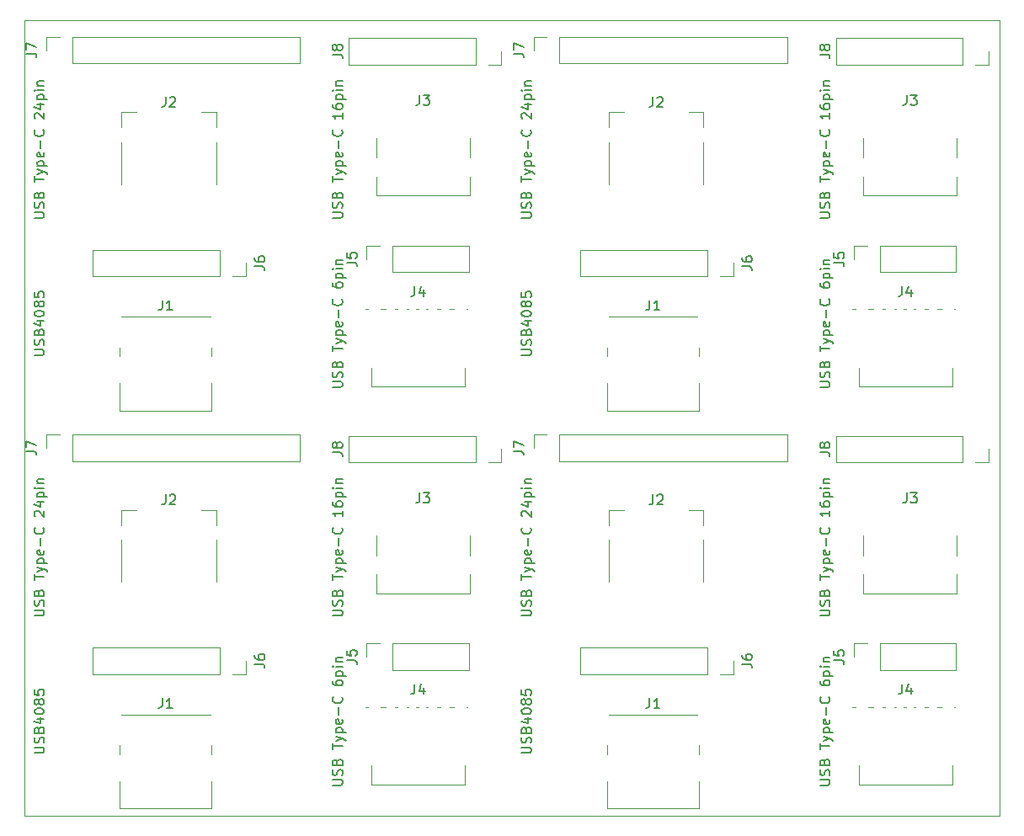
<source format=gto>
G04 #@! TF.GenerationSoftware,KiCad,Pcbnew,(5.1.5)-3*
G04 #@! TF.CreationDate,2020-03-05T23:41:59+09:00*
G04 #@! TF.ProjectId,USB_Type-C_to_DIP-fin,5553425f-5479-4706-952d-435f746f5f44,rev?*
G04 #@! TF.SameCoordinates,Original*
G04 #@! TF.FileFunction,Legend,Top*
G04 #@! TF.FilePolarity,Positive*
%FSLAX46Y46*%
G04 Gerber Fmt 4.6, Leading zero omitted, Abs format (unit mm)*
G04 Created by KiCad (PCBNEW (5.1.5)-3) date 2020-03-05 23:41:59*
%MOMM*%
%LPD*%
G04 APERTURE LIST*
%ADD10C,0.050000*%
%ADD11C,0.150000*%
%ADD12C,0.120000*%
%ADD13C,0.010000*%
%ADD14R,0.862000X1.302000*%
%ADD15R,0.902000X1.302000*%
%ADD16R,0.802000X1.302000*%
%ADD17O,1.202000X1.802000*%
%ADD18R,1.802000X1.802000*%
%ADD19O,1.802000X1.802000*%
%ADD20C,0.802000*%
%ADD21O,1.002000X2.502000*%
%ADD22O,1.002000X1.802000*%
%ADD23C,1.502000*%
%ADD24R,0.402000X0.802000*%
%ADD25C,1.052000*%
%ADD26C,0.752000*%
%ADD27O,1.102000X1.702000*%
%ADD28O,1.102000X2.202000*%
%ADD29R,0.402000X1.552000*%
%ADD30R,0.702000X1.552000*%
G04 APERTURE END LIST*
D10*
X132000000Y-132000000D02*
X126000000Y-132000000D01*
X126000000Y-132000000D02*
X126000000Y-92000000D01*
X224000000Y-90000000D02*
X224000000Y-130000000D01*
X224000000Y-130000000D02*
X224000000Y-132000000D01*
D11*
X175952380Y-71880952D02*
X176761904Y-71880952D01*
X176857142Y-71833333D01*
X176904761Y-71785714D01*
X176952380Y-71690476D01*
X176952380Y-71500000D01*
X176904761Y-71404761D01*
X176857142Y-71357142D01*
X176761904Y-71309523D01*
X175952380Y-71309523D01*
X176904761Y-70880952D02*
X176952380Y-70738095D01*
X176952380Y-70500000D01*
X176904761Y-70404761D01*
X176857142Y-70357142D01*
X176761904Y-70309523D01*
X176666666Y-70309523D01*
X176571428Y-70357142D01*
X176523809Y-70404761D01*
X176476190Y-70500000D01*
X176428571Y-70690476D01*
X176380952Y-70785714D01*
X176333333Y-70833333D01*
X176238095Y-70880952D01*
X176142857Y-70880952D01*
X176047619Y-70833333D01*
X176000000Y-70785714D01*
X175952380Y-70690476D01*
X175952380Y-70452380D01*
X176000000Y-70309523D01*
X176428571Y-69547619D02*
X176476190Y-69404761D01*
X176523809Y-69357142D01*
X176619047Y-69309523D01*
X176761904Y-69309523D01*
X176857142Y-69357142D01*
X176904761Y-69404761D01*
X176952380Y-69500000D01*
X176952380Y-69880952D01*
X175952380Y-69880952D01*
X175952380Y-69547619D01*
X176000000Y-69452380D01*
X176047619Y-69404761D01*
X176142857Y-69357142D01*
X176238095Y-69357142D01*
X176333333Y-69404761D01*
X176380952Y-69452380D01*
X176428571Y-69547619D01*
X176428571Y-69880952D01*
X175952380Y-68261904D02*
X175952380Y-67690476D01*
X176952380Y-67976190D02*
X175952380Y-67976190D01*
X176285714Y-67452380D02*
X176952380Y-67214285D01*
X176285714Y-66976190D02*
X176952380Y-67214285D01*
X177190476Y-67309523D01*
X177238095Y-67357142D01*
X177285714Y-67452380D01*
X176285714Y-66595238D02*
X177285714Y-66595238D01*
X176333333Y-66595238D02*
X176285714Y-66500000D01*
X176285714Y-66309523D01*
X176333333Y-66214285D01*
X176380952Y-66166666D01*
X176476190Y-66119047D01*
X176761904Y-66119047D01*
X176857142Y-66166666D01*
X176904761Y-66214285D01*
X176952380Y-66309523D01*
X176952380Y-66500000D01*
X176904761Y-66595238D01*
X176904761Y-65309523D02*
X176952380Y-65404761D01*
X176952380Y-65595238D01*
X176904761Y-65690476D01*
X176809523Y-65738095D01*
X176428571Y-65738095D01*
X176333333Y-65690476D01*
X176285714Y-65595238D01*
X176285714Y-65404761D01*
X176333333Y-65309523D01*
X176428571Y-65261904D01*
X176523809Y-65261904D01*
X176619047Y-65738095D01*
X176571428Y-64833333D02*
X176571428Y-64071428D01*
X176857142Y-63023809D02*
X176904761Y-63071428D01*
X176952380Y-63214285D01*
X176952380Y-63309523D01*
X176904761Y-63452380D01*
X176809523Y-63547619D01*
X176714285Y-63595238D01*
X176523809Y-63642857D01*
X176380952Y-63642857D01*
X176190476Y-63595238D01*
X176095238Y-63547619D01*
X176000000Y-63452380D01*
X175952380Y-63309523D01*
X175952380Y-63214285D01*
X176000000Y-63071428D01*
X176047619Y-63023809D01*
X176047619Y-61880952D02*
X176000000Y-61833333D01*
X175952380Y-61738095D01*
X175952380Y-61500000D01*
X176000000Y-61404761D01*
X176047619Y-61357142D01*
X176142857Y-61309523D01*
X176238095Y-61309523D01*
X176380952Y-61357142D01*
X176952380Y-61928571D01*
X176952380Y-61309523D01*
X176285714Y-60452380D02*
X176952380Y-60452380D01*
X175904761Y-60690476D02*
X176619047Y-60928571D01*
X176619047Y-60309523D01*
X176285714Y-59928571D02*
X177285714Y-59928571D01*
X176333333Y-59928571D02*
X176285714Y-59833333D01*
X176285714Y-59642857D01*
X176333333Y-59547619D01*
X176380952Y-59500000D01*
X176476190Y-59452380D01*
X176761904Y-59452380D01*
X176857142Y-59500000D01*
X176904761Y-59547619D01*
X176952380Y-59642857D01*
X176952380Y-59833333D01*
X176904761Y-59928571D01*
X176952380Y-59023809D02*
X176285714Y-59023809D01*
X175952380Y-59023809D02*
X176000000Y-59071428D01*
X176047619Y-59023809D01*
X176000000Y-58976190D01*
X175952380Y-59023809D01*
X176047619Y-59023809D01*
X176285714Y-58547619D02*
X176952380Y-58547619D01*
X176380952Y-58547619D02*
X176333333Y-58500000D01*
X176285714Y-58404761D01*
X176285714Y-58261904D01*
X176333333Y-58166666D01*
X176428571Y-58119047D01*
X176952380Y-58119047D01*
X126952380Y-71880952D02*
X127761904Y-71880952D01*
X127857142Y-71833333D01*
X127904761Y-71785714D01*
X127952380Y-71690476D01*
X127952380Y-71500000D01*
X127904761Y-71404761D01*
X127857142Y-71357142D01*
X127761904Y-71309523D01*
X126952380Y-71309523D01*
X127904761Y-70880952D02*
X127952380Y-70738095D01*
X127952380Y-70500000D01*
X127904761Y-70404761D01*
X127857142Y-70357142D01*
X127761904Y-70309523D01*
X127666666Y-70309523D01*
X127571428Y-70357142D01*
X127523809Y-70404761D01*
X127476190Y-70500000D01*
X127428571Y-70690476D01*
X127380952Y-70785714D01*
X127333333Y-70833333D01*
X127238095Y-70880952D01*
X127142857Y-70880952D01*
X127047619Y-70833333D01*
X127000000Y-70785714D01*
X126952380Y-70690476D01*
X126952380Y-70452380D01*
X127000000Y-70309523D01*
X127428571Y-69547619D02*
X127476190Y-69404761D01*
X127523809Y-69357142D01*
X127619047Y-69309523D01*
X127761904Y-69309523D01*
X127857142Y-69357142D01*
X127904761Y-69404761D01*
X127952380Y-69500000D01*
X127952380Y-69880952D01*
X126952380Y-69880952D01*
X126952380Y-69547619D01*
X127000000Y-69452380D01*
X127047619Y-69404761D01*
X127142857Y-69357142D01*
X127238095Y-69357142D01*
X127333333Y-69404761D01*
X127380952Y-69452380D01*
X127428571Y-69547619D01*
X127428571Y-69880952D01*
X126952380Y-68261904D02*
X126952380Y-67690476D01*
X127952380Y-67976190D02*
X126952380Y-67976190D01*
X127285714Y-67452380D02*
X127952380Y-67214285D01*
X127285714Y-66976190D02*
X127952380Y-67214285D01*
X128190476Y-67309523D01*
X128238095Y-67357142D01*
X128285714Y-67452380D01*
X127285714Y-66595238D02*
X128285714Y-66595238D01*
X127333333Y-66595238D02*
X127285714Y-66500000D01*
X127285714Y-66309523D01*
X127333333Y-66214285D01*
X127380952Y-66166666D01*
X127476190Y-66119047D01*
X127761904Y-66119047D01*
X127857142Y-66166666D01*
X127904761Y-66214285D01*
X127952380Y-66309523D01*
X127952380Y-66500000D01*
X127904761Y-66595238D01*
X127904761Y-65309523D02*
X127952380Y-65404761D01*
X127952380Y-65595238D01*
X127904761Y-65690476D01*
X127809523Y-65738095D01*
X127428571Y-65738095D01*
X127333333Y-65690476D01*
X127285714Y-65595238D01*
X127285714Y-65404761D01*
X127333333Y-65309523D01*
X127428571Y-65261904D01*
X127523809Y-65261904D01*
X127619047Y-65738095D01*
X127571428Y-64833333D02*
X127571428Y-64071428D01*
X127857142Y-63023809D02*
X127904761Y-63071428D01*
X127952380Y-63214285D01*
X127952380Y-63309523D01*
X127904761Y-63452380D01*
X127809523Y-63547619D01*
X127714285Y-63595238D01*
X127523809Y-63642857D01*
X127380952Y-63642857D01*
X127190476Y-63595238D01*
X127095238Y-63547619D01*
X127000000Y-63452380D01*
X126952380Y-63309523D01*
X126952380Y-63214285D01*
X127000000Y-63071428D01*
X127047619Y-63023809D01*
X127047619Y-61880952D02*
X127000000Y-61833333D01*
X126952380Y-61738095D01*
X126952380Y-61500000D01*
X127000000Y-61404761D01*
X127047619Y-61357142D01*
X127142857Y-61309523D01*
X127238095Y-61309523D01*
X127380952Y-61357142D01*
X127952380Y-61928571D01*
X127952380Y-61309523D01*
X127285714Y-60452380D02*
X127952380Y-60452380D01*
X126904761Y-60690476D02*
X127619047Y-60928571D01*
X127619047Y-60309523D01*
X127285714Y-59928571D02*
X128285714Y-59928571D01*
X127333333Y-59928571D02*
X127285714Y-59833333D01*
X127285714Y-59642857D01*
X127333333Y-59547619D01*
X127380952Y-59500000D01*
X127476190Y-59452380D01*
X127761904Y-59452380D01*
X127857142Y-59500000D01*
X127904761Y-59547619D01*
X127952380Y-59642857D01*
X127952380Y-59833333D01*
X127904761Y-59928571D01*
X127952380Y-59023809D02*
X127285714Y-59023809D01*
X126952380Y-59023809D02*
X127000000Y-59071428D01*
X127047619Y-59023809D01*
X127000000Y-58976190D01*
X126952380Y-59023809D01*
X127047619Y-59023809D01*
X127285714Y-58547619D02*
X127952380Y-58547619D01*
X127380952Y-58547619D02*
X127333333Y-58500000D01*
X127285714Y-58404761D01*
X127285714Y-58261904D01*
X127333333Y-58166666D01*
X127428571Y-58119047D01*
X127952380Y-58119047D01*
X175952380Y-111880952D02*
X176761904Y-111880952D01*
X176857142Y-111833333D01*
X176904761Y-111785714D01*
X176952380Y-111690476D01*
X176952380Y-111500000D01*
X176904761Y-111404761D01*
X176857142Y-111357142D01*
X176761904Y-111309523D01*
X175952380Y-111309523D01*
X176904761Y-110880952D02*
X176952380Y-110738095D01*
X176952380Y-110500000D01*
X176904761Y-110404761D01*
X176857142Y-110357142D01*
X176761904Y-110309523D01*
X176666666Y-110309523D01*
X176571428Y-110357142D01*
X176523809Y-110404761D01*
X176476190Y-110500000D01*
X176428571Y-110690476D01*
X176380952Y-110785714D01*
X176333333Y-110833333D01*
X176238095Y-110880952D01*
X176142857Y-110880952D01*
X176047619Y-110833333D01*
X176000000Y-110785714D01*
X175952380Y-110690476D01*
X175952380Y-110452380D01*
X176000000Y-110309523D01*
X176428571Y-109547619D02*
X176476190Y-109404761D01*
X176523809Y-109357142D01*
X176619047Y-109309523D01*
X176761904Y-109309523D01*
X176857142Y-109357142D01*
X176904761Y-109404761D01*
X176952380Y-109500000D01*
X176952380Y-109880952D01*
X175952380Y-109880952D01*
X175952380Y-109547619D01*
X176000000Y-109452380D01*
X176047619Y-109404761D01*
X176142857Y-109357142D01*
X176238095Y-109357142D01*
X176333333Y-109404761D01*
X176380952Y-109452380D01*
X176428571Y-109547619D01*
X176428571Y-109880952D01*
X175952380Y-108261904D02*
X175952380Y-107690476D01*
X176952380Y-107976190D02*
X175952380Y-107976190D01*
X176285714Y-107452380D02*
X176952380Y-107214285D01*
X176285714Y-106976190D02*
X176952380Y-107214285D01*
X177190476Y-107309523D01*
X177238095Y-107357142D01*
X177285714Y-107452380D01*
X176285714Y-106595238D02*
X177285714Y-106595238D01*
X176333333Y-106595238D02*
X176285714Y-106500000D01*
X176285714Y-106309523D01*
X176333333Y-106214285D01*
X176380952Y-106166666D01*
X176476190Y-106119047D01*
X176761904Y-106119047D01*
X176857142Y-106166666D01*
X176904761Y-106214285D01*
X176952380Y-106309523D01*
X176952380Y-106500000D01*
X176904761Y-106595238D01*
X176904761Y-105309523D02*
X176952380Y-105404761D01*
X176952380Y-105595238D01*
X176904761Y-105690476D01*
X176809523Y-105738095D01*
X176428571Y-105738095D01*
X176333333Y-105690476D01*
X176285714Y-105595238D01*
X176285714Y-105404761D01*
X176333333Y-105309523D01*
X176428571Y-105261904D01*
X176523809Y-105261904D01*
X176619047Y-105738095D01*
X176571428Y-104833333D02*
X176571428Y-104071428D01*
X176857142Y-103023809D02*
X176904761Y-103071428D01*
X176952380Y-103214285D01*
X176952380Y-103309523D01*
X176904761Y-103452380D01*
X176809523Y-103547619D01*
X176714285Y-103595238D01*
X176523809Y-103642857D01*
X176380952Y-103642857D01*
X176190476Y-103595238D01*
X176095238Y-103547619D01*
X176000000Y-103452380D01*
X175952380Y-103309523D01*
X175952380Y-103214285D01*
X176000000Y-103071428D01*
X176047619Y-103023809D01*
X176047619Y-101880952D02*
X176000000Y-101833333D01*
X175952380Y-101738095D01*
X175952380Y-101500000D01*
X176000000Y-101404761D01*
X176047619Y-101357142D01*
X176142857Y-101309523D01*
X176238095Y-101309523D01*
X176380952Y-101357142D01*
X176952380Y-101928571D01*
X176952380Y-101309523D01*
X176285714Y-100452380D02*
X176952380Y-100452380D01*
X175904761Y-100690476D02*
X176619047Y-100928571D01*
X176619047Y-100309523D01*
X176285714Y-99928571D02*
X177285714Y-99928571D01*
X176333333Y-99928571D02*
X176285714Y-99833333D01*
X176285714Y-99642857D01*
X176333333Y-99547619D01*
X176380952Y-99500000D01*
X176476190Y-99452380D01*
X176761904Y-99452380D01*
X176857142Y-99500000D01*
X176904761Y-99547619D01*
X176952380Y-99642857D01*
X176952380Y-99833333D01*
X176904761Y-99928571D01*
X176952380Y-99023809D02*
X176285714Y-99023809D01*
X175952380Y-99023809D02*
X176000000Y-99071428D01*
X176047619Y-99023809D01*
X176000000Y-98976190D01*
X175952380Y-99023809D01*
X176047619Y-99023809D01*
X176285714Y-98547619D02*
X176952380Y-98547619D01*
X176380952Y-98547619D02*
X176333333Y-98500000D01*
X176285714Y-98404761D01*
X176285714Y-98261904D01*
X176333333Y-98166666D01*
X176428571Y-98119047D01*
X176952380Y-98119047D01*
X205952380Y-71880952D02*
X206761904Y-71880952D01*
X206857142Y-71833333D01*
X206904761Y-71785714D01*
X206952380Y-71690476D01*
X206952380Y-71500000D01*
X206904761Y-71404761D01*
X206857142Y-71357142D01*
X206761904Y-71309523D01*
X205952380Y-71309523D01*
X206904761Y-70880952D02*
X206952380Y-70738095D01*
X206952380Y-70500000D01*
X206904761Y-70404761D01*
X206857142Y-70357142D01*
X206761904Y-70309523D01*
X206666666Y-70309523D01*
X206571428Y-70357142D01*
X206523809Y-70404761D01*
X206476190Y-70500000D01*
X206428571Y-70690476D01*
X206380952Y-70785714D01*
X206333333Y-70833333D01*
X206238095Y-70880952D01*
X206142857Y-70880952D01*
X206047619Y-70833333D01*
X206000000Y-70785714D01*
X205952380Y-70690476D01*
X205952380Y-70452380D01*
X206000000Y-70309523D01*
X206428571Y-69547619D02*
X206476190Y-69404761D01*
X206523809Y-69357142D01*
X206619047Y-69309523D01*
X206761904Y-69309523D01*
X206857142Y-69357142D01*
X206904761Y-69404761D01*
X206952380Y-69500000D01*
X206952380Y-69880952D01*
X205952380Y-69880952D01*
X205952380Y-69547619D01*
X206000000Y-69452380D01*
X206047619Y-69404761D01*
X206142857Y-69357142D01*
X206238095Y-69357142D01*
X206333333Y-69404761D01*
X206380952Y-69452380D01*
X206428571Y-69547619D01*
X206428571Y-69880952D01*
X205952380Y-68261904D02*
X205952380Y-67690476D01*
X206952380Y-67976190D02*
X205952380Y-67976190D01*
X206285714Y-67452380D02*
X206952380Y-67214285D01*
X206285714Y-66976190D02*
X206952380Y-67214285D01*
X207190476Y-67309523D01*
X207238095Y-67357142D01*
X207285714Y-67452380D01*
X206285714Y-66595238D02*
X207285714Y-66595238D01*
X206333333Y-66595238D02*
X206285714Y-66500000D01*
X206285714Y-66309523D01*
X206333333Y-66214285D01*
X206380952Y-66166666D01*
X206476190Y-66119047D01*
X206761904Y-66119047D01*
X206857142Y-66166666D01*
X206904761Y-66214285D01*
X206952380Y-66309523D01*
X206952380Y-66500000D01*
X206904761Y-66595238D01*
X206904761Y-65309523D02*
X206952380Y-65404761D01*
X206952380Y-65595238D01*
X206904761Y-65690476D01*
X206809523Y-65738095D01*
X206428571Y-65738095D01*
X206333333Y-65690476D01*
X206285714Y-65595238D01*
X206285714Y-65404761D01*
X206333333Y-65309523D01*
X206428571Y-65261904D01*
X206523809Y-65261904D01*
X206619047Y-65738095D01*
X206571428Y-64833333D02*
X206571428Y-64071428D01*
X206857142Y-63023809D02*
X206904761Y-63071428D01*
X206952380Y-63214285D01*
X206952380Y-63309523D01*
X206904761Y-63452380D01*
X206809523Y-63547619D01*
X206714285Y-63595238D01*
X206523809Y-63642857D01*
X206380952Y-63642857D01*
X206190476Y-63595238D01*
X206095238Y-63547619D01*
X206000000Y-63452380D01*
X205952380Y-63309523D01*
X205952380Y-63214285D01*
X206000000Y-63071428D01*
X206047619Y-63023809D01*
X206952380Y-61309523D02*
X206952380Y-61880952D01*
X206952380Y-61595238D02*
X205952380Y-61595238D01*
X206095238Y-61690476D01*
X206190476Y-61785714D01*
X206238095Y-61880952D01*
X205952380Y-60452380D02*
X205952380Y-60642857D01*
X206000000Y-60738095D01*
X206047619Y-60785714D01*
X206190476Y-60880952D01*
X206380952Y-60928571D01*
X206761904Y-60928571D01*
X206857142Y-60880952D01*
X206904761Y-60833333D01*
X206952380Y-60738095D01*
X206952380Y-60547619D01*
X206904761Y-60452380D01*
X206857142Y-60404761D01*
X206761904Y-60357142D01*
X206523809Y-60357142D01*
X206428571Y-60404761D01*
X206380952Y-60452380D01*
X206333333Y-60547619D01*
X206333333Y-60738095D01*
X206380952Y-60833333D01*
X206428571Y-60880952D01*
X206523809Y-60928571D01*
X206285714Y-59928571D02*
X207285714Y-59928571D01*
X206333333Y-59928571D02*
X206285714Y-59833333D01*
X206285714Y-59642857D01*
X206333333Y-59547619D01*
X206380952Y-59500000D01*
X206476190Y-59452380D01*
X206761904Y-59452380D01*
X206857142Y-59500000D01*
X206904761Y-59547619D01*
X206952380Y-59642857D01*
X206952380Y-59833333D01*
X206904761Y-59928571D01*
X206952380Y-59023809D02*
X206285714Y-59023809D01*
X205952380Y-59023809D02*
X206000000Y-59071428D01*
X206047619Y-59023809D01*
X206000000Y-58976190D01*
X205952380Y-59023809D01*
X206047619Y-59023809D01*
X206285714Y-58547619D02*
X206952380Y-58547619D01*
X206380952Y-58547619D02*
X206333333Y-58500000D01*
X206285714Y-58404761D01*
X206285714Y-58261904D01*
X206333333Y-58166666D01*
X206428571Y-58119047D01*
X206952380Y-58119047D01*
X156952380Y-71880952D02*
X157761904Y-71880952D01*
X157857142Y-71833333D01*
X157904761Y-71785714D01*
X157952380Y-71690476D01*
X157952380Y-71500000D01*
X157904761Y-71404761D01*
X157857142Y-71357142D01*
X157761904Y-71309523D01*
X156952380Y-71309523D01*
X157904761Y-70880952D02*
X157952380Y-70738095D01*
X157952380Y-70500000D01*
X157904761Y-70404761D01*
X157857142Y-70357142D01*
X157761904Y-70309523D01*
X157666666Y-70309523D01*
X157571428Y-70357142D01*
X157523809Y-70404761D01*
X157476190Y-70500000D01*
X157428571Y-70690476D01*
X157380952Y-70785714D01*
X157333333Y-70833333D01*
X157238095Y-70880952D01*
X157142857Y-70880952D01*
X157047619Y-70833333D01*
X157000000Y-70785714D01*
X156952380Y-70690476D01*
X156952380Y-70452380D01*
X157000000Y-70309523D01*
X157428571Y-69547619D02*
X157476190Y-69404761D01*
X157523809Y-69357142D01*
X157619047Y-69309523D01*
X157761904Y-69309523D01*
X157857142Y-69357142D01*
X157904761Y-69404761D01*
X157952380Y-69500000D01*
X157952380Y-69880952D01*
X156952380Y-69880952D01*
X156952380Y-69547619D01*
X157000000Y-69452380D01*
X157047619Y-69404761D01*
X157142857Y-69357142D01*
X157238095Y-69357142D01*
X157333333Y-69404761D01*
X157380952Y-69452380D01*
X157428571Y-69547619D01*
X157428571Y-69880952D01*
X156952380Y-68261904D02*
X156952380Y-67690476D01*
X157952380Y-67976190D02*
X156952380Y-67976190D01*
X157285714Y-67452380D02*
X157952380Y-67214285D01*
X157285714Y-66976190D02*
X157952380Y-67214285D01*
X158190476Y-67309523D01*
X158238095Y-67357142D01*
X158285714Y-67452380D01*
X157285714Y-66595238D02*
X158285714Y-66595238D01*
X157333333Y-66595238D02*
X157285714Y-66500000D01*
X157285714Y-66309523D01*
X157333333Y-66214285D01*
X157380952Y-66166666D01*
X157476190Y-66119047D01*
X157761904Y-66119047D01*
X157857142Y-66166666D01*
X157904761Y-66214285D01*
X157952380Y-66309523D01*
X157952380Y-66500000D01*
X157904761Y-66595238D01*
X157904761Y-65309523D02*
X157952380Y-65404761D01*
X157952380Y-65595238D01*
X157904761Y-65690476D01*
X157809523Y-65738095D01*
X157428571Y-65738095D01*
X157333333Y-65690476D01*
X157285714Y-65595238D01*
X157285714Y-65404761D01*
X157333333Y-65309523D01*
X157428571Y-65261904D01*
X157523809Y-65261904D01*
X157619047Y-65738095D01*
X157571428Y-64833333D02*
X157571428Y-64071428D01*
X157857142Y-63023809D02*
X157904761Y-63071428D01*
X157952380Y-63214285D01*
X157952380Y-63309523D01*
X157904761Y-63452380D01*
X157809523Y-63547619D01*
X157714285Y-63595238D01*
X157523809Y-63642857D01*
X157380952Y-63642857D01*
X157190476Y-63595238D01*
X157095238Y-63547619D01*
X157000000Y-63452380D01*
X156952380Y-63309523D01*
X156952380Y-63214285D01*
X157000000Y-63071428D01*
X157047619Y-63023809D01*
X157952380Y-61309523D02*
X157952380Y-61880952D01*
X157952380Y-61595238D02*
X156952380Y-61595238D01*
X157095238Y-61690476D01*
X157190476Y-61785714D01*
X157238095Y-61880952D01*
X156952380Y-60452380D02*
X156952380Y-60642857D01*
X157000000Y-60738095D01*
X157047619Y-60785714D01*
X157190476Y-60880952D01*
X157380952Y-60928571D01*
X157761904Y-60928571D01*
X157857142Y-60880952D01*
X157904761Y-60833333D01*
X157952380Y-60738095D01*
X157952380Y-60547619D01*
X157904761Y-60452380D01*
X157857142Y-60404761D01*
X157761904Y-60357142D01*
X157523809Y-60357142D01*
X157428571Y-60404761D01*
X157380952Y-60452380D01*
X157333333Y-60547619D01*
X157333333Y-60738095D01*
X157380952Y-60833333D01*
X157428571Y-60880952D01*
X157523809Y-60928571D01*
X157285714Y-59928571D02*
X158285714Y-59928571D01*
X157333333Y-59928571D02*
X157285714Y-59833333D01*
X157285714Y-59642857D01*
X157333333Y-59547619D01*
X157380952Y-59500000D01*
X157476190Y-59452380D01*
X157761904Y-59452380D01*
X157857142Y-59500000D01*
X157904761Y-59547619D01*
X157952380Y-59642857D01*
X157952380Y-59833333D01*
X157904761Y-59928571D01*
X157952380Y-59023809D02*
X157285714Y-59023809D01*
X156952380Y-59023809D02*
X157000000Y-59071428D01*
X157047619Y-59023809D01*
X157000000Y-58976190D01*
X156952380Y-59023809D01*
X157047619Y-59023809D01*
X157285714Y-58547619D02*
X157952380Y-58547619D01*
X157380952Y-58547619D02*
X157333333Y-58500000D01*
X157285714Y-58404761D01*
X157285714Y-58261904D01*
X157333333Y-58166666D01*
X157428571Y-58119047D01*
X157952380Y-58119047D01*
X205952380Y-111880952D02*
X206761904Y-111880952D01*
X206857142Y-111833333D01*
X206904761Y-111785714D01*
X206952380Y-111690476D01*
X206952380Y-111500000D01*
X206904761Y-111404761D01*
X206857142Y-111357142D01*
X206761904Y-111309523D01*
X205952380Y-111309523D01*
X206904761Y-110880952D02*
X206952380Y-110738095D01*
X206952380Y-110500000D01*
X206904761Y-110404761D01*
X206857142Y-110357142D01*
X206761904Y-110309523D01*
X206666666Y-110309523D01*
X206571428Y-110357142D01*
X206523809Y-110404761D01*
X206476190Y-110500000D01*
X206428571Y-110690476D01*
X206380952Y-110785714D01*
X206333333Y-110833333D01*
X206238095Y-110880952D01*
X206142857Y-110880952D01*
X206047619Y-110833333D01*
X206000000Y-110785714D01*
X205952380Y-110690476D01*
X205952380Y-110452380D01*
X206000000Y-110309523D01*
X206428571Y-109547619D02*
X206476190Y-109404761D01*
X206523809Y-109357142D01*
X206619047Y-109309523D01*
X206761904Y-109309523D01*
X206857142Y-109357142D01*
X206904761Y-109404761D01*
X206952380Y-109500000D01*
X206952380Y-109880952D01*
X205952380Y-109880952D01*
X205952380Y-109547619D01*
X206000000Y-109452380D01*
X206047619Y-109404761D01*
X206142857Y-109357142D01*
X206238095Y-109357142D01*
X206333333Y-109404761D01*
X206380952Y-109452380D01*
X206428571Y-109547619D01*
X206428571Y-109880952D01*
X205952380Y-108261904D02*
X205952380Y-107690476D01*
X206952380Y-107976190D02*
X205952380Y-107976190D01*
X206285714Y-107452380D02*
X206952380Y-107214285D01*
X206285714Y-106976190D02*
X206952380Y-107214285D01*
X207190476Y-107309523D01*
X207238095Y-107357142D01*
X207285714Y-107452380D01*
X206285714Y-106595238D02*
X207285714Y-106595238D01*
X206333333Y-106595238D02*
X206285714Y-106500000D01*
X206285714Y-106309523D01*
X206333333Y-106214285D01*
X206380952Y-106166666D01*
X206476190Y-106119047D01*
X206761904Y-106119047D01*
X206857142Y-106166666D01*
X206904761Y-106214285D01*
X206952380Y-106309523D01*
X206952380Y-106500000D01*
X206904761Y-106595238D01*
X206904761Y-105309523D02*
X206952380Y-105404761D01*
X206952380Y-105595238D01*
X206904761Y-105690476D01*
X206809523Y-105738095D01*
X206428571Y-105738095D01*
X206333333Y-105690476D01*
X206285714Y-105595238D01*
X206285714Y-105404761D01*
X206333333Y-105309523D01*
X206428571Y-105261904D01*
X206523809Y-105261904D01*
X206619047Y-105738095D01*
X206571428Y-104833333D02*
X206571428Y-104071428D01*
X206857142Y-103023809D02*
X206904761Y-103071428D01*
X206952380Y-103214285D01*
X206952380Y-103309523D01*
X206904761Y-103452380D01*
X206809523Y-103547619D01*
X206714285Y-103595238D01*
X206523809Y-103642857D01*
X206380952Y-103642857D01*
X206190476Y-103595238D01*
X206095238Y-103547619D01*
X206000000Y-103452380D01*
X205952380Y-103309523D01*
X205952380Y-103214285D01*
X206000000Y-103071428D01*
X206047619Y-103023809D01*
X206952380Y-101309523D02*
X206952380Y-101880952D01*
X206952380Y-101595238D02*
X205952380Y-101595238D01*
X206095238Y-101690476D01*
X206190476Y-101785714D01*
X206238095Y-101880952D01*
X205952380Y-100452380D02*
X205952380Y-100642857D01*
X206000000Y-100738095D01*
X206047619Y-100785714D01*
X206190476Y-100880952D01*
X206380952Y-100928571D01*
X206761904Y-100928571D01*
X206857142Y-100880952D01*
X206904761Y-100833333D01*
X206952380Y-100738095D01*
X206952380Y-100547619D01*
X206904761Y-100452380D01*
X206857142Y-100404761D01*
X206761904Y-100357142D01*
X206523809Y-100357142D01*
X206428571Y-100404761D01*
X206380952Y-100452380D01*
X206333333Y-100547619D01*
X206333333Y-100738095D01*
X206380952Y-100833333D01*
X206428571Y-100880952D01*
X206523809Y-100928571D01*
X206285714Y-99928571D02*
X207285714Y-99928571D01*
X206333333Y-99928571D02*
X206285714Y-99833333D01*
X206285714Y-99642857D01*
X206333333Y-99547619D01*
X206380952Y-99500000D01*
X206476190Y-99452380D01*
X206761904Y-99452380D01*
X206857142Y-99500000D01*
X206904761Y-99547619D01*
X206952380Y-99642857D01*
X206952380Y-99833333D01*
X206904761Y-99928571D01*
X206952380Y-99023809D02*
X206285714Y-99023809D01*
X205952380Y-99023809D02*
X206000000Y-99071428D01*
X206047619Y-99023809D01*
X206000000Y-98976190D01*
X205952380Y-99023809D01*
X206047619Y-99023809D01*
X206285714Y-98547619D02*
X206952380Y-98547619D01*
X206380952Y-98547619D02*
X206333333Y-98500000D01*
X206285714Y-98404761D01*
X206285714Y-98261904D01*
X206333333Y-98166666D01*
X206428571Y-98119047D01*
X206952380Y-98119047D01*
X205952380Y-88904761D02*
X206761904Y-88904761D01*
X206857142Y-88857142D01*
X206904761Y-88809523D01*
X206952380Y-88714285D01*
X206952380Y-88523809D01*
X206904761Y-88428571D01*
X206857142Y-88380952D01*
X206761904Y-88333333D01*
X205952380Y-88333333D01*
X206904761Y-87904761D02*
X206952380Y-87761904D01*
X206952380Y-87523809D01*
X206904761Y-87428571D01*
X206857142Y-87380952D01*
X206761904Y-87333333D01*
X206666666Y-87333333D01*
X206571428Y-87380952D01*
X206523809Y-87428571D01*
X206476190Y-87523809D01*
X206428571Y-87714285D01*
X206380952Y-87809523D01*
X206333333Y-87857142D01*
X206238095Y-87904761D01*
X206142857Y-87904761D01*
X206047619Y-87857142D01*
X206000000Y-87809523D01*
X205952380Y-87714285D01*
X205952380Y-87476190D01*
X206000000Y-87333333D01*
X206428571Y-86571428D02*
X206476190Y-86428571D01*
X206523809Y-86380952D01*
X206619047Y-86333333D01*
X206761904Y-86333333D01*
X206857142Y-86380952D01*
X206904761Y-86428571D01*
X206952380Y-86523809D01*
X206952380Y-86904761D01*
X205952380Y-86904761D01*
X205952380Y-86571428D01*
X206000000Y-86476190D01*
X206047619Y-86428571D01*
X206142857Y-86380952D01*
X206238095Y-86380952D01*
X206333333Y-86428571D01*
X206380952Y-86476190D01*
X206428571Y-86571428D01*
X206428571Y-86904761D01*
X205952380Y-85285714D02*
X205952380Y-84714285D01*
X206952380Y-85000000D02*
X205952380Y-85000000D01*
X206285714Y-84476190D02*
X206952380Y-84238095D01*
X206285714Y-84000000D02*
X206952380Y-84238095D01*
X207190476Y-84333333D01*
X207238095Y-84380952D01*
X207285714Y-84476190D01*
X206285714Y-83619047D02*
X207285714Y-83619047D01*
X206333333Y-83619047D02*
X206285714Y-83523809D01*
X206285714Y-83333333D01*
X206333333Y-83238095D01*
X206380952Y-83190476D01*
X206476190Y-83142857D01*
X206761904Y-83142857D01*
X206857142Y-83190476D01*
X206904761Y-83238095D01*
X206952380Y-83333333D01*
X206952380Y-83523809D01*
X206904761Y-83619047D01*
X206904761Y-82333333D02*
X206952380Y-82428571D01*
X206952380Y-82619047D01*
X206904761Y-82714285D01*
X206809523Y-82761904D01*
X206428571Y-82761904D01*
X206333333Y-82714285D01*
X206285714Y-82619047D01*
X206285714Y-82428571D01*
X206333333Y-82333333D01*
X206428571Y-82285714D01*
X206523809Y-82285714D01*
X206619047Y-82761904D01*
X206571428Y-81857142D02*
X206571428Y-81095238D01*
X206857142Y-80047619D02*
X206904761Y-80095238D01*
X206952380Y-80238095D01*
X206952380Y-80333333D01*
X206904761Y-80476190D01*
X206809523Y-80571428D01*
X206714285Y-80619047D01*
X206523809Y-80666666D01*
X206380952Y-80666666D01*
X206190476Y-80619047D01*
X206095238Y-80571428D01*
X206000000Y-80476190D01*
X205952380Y-80333333D01*
X205952380Y-80238095D01*
X206000000Y-80095238D01*
X206047619Y-80047619D01*
X205952380Y-78428571D02*
X205952380Y-78619047D01*
X206000000Y-78714285D01*
X206047619Y-78761904D01*
X206190476Y-78857142D01*
X206380952Y-78904761D01*
X206761904Y-78904761D01*
X206857142Y-78857142D01*
X206904761Y-78809523D01*
X206952380Y-78714285D01*
X206952380Y-78523809D01*
X206904761Y-78428571D01*
X206857142Y-78380952D01*
X206761904Y-78333333D01*
X206523809Y-78333333D01*
X206428571Y-78380952D01*
X206380952Y-78428571D01*
X206333333Y-78523809D01*
X206333333Y-78714285D01*
X206380952Y-78809523D01*
X206428571Y-78857142D01*
X206523809Y-78904761D01*
X206285714Y-77904761D02*
X207285714Y-77904761D01*
X206333333Y-77904761D02*
X206285714Y-77809523D01*
X206285714Y-77619047D01*
X206333333Y-77523809D01*
X206380952Y-77476190D01*
X206476190Y-77428571D01*
X206761904Y-77428571D01*
X206857142Y-77476190D01*
X206904761Y-77523809D01*
X206952380Y-77619047D01*
X206952380Y-77809523D01*
X206904761Y-77904761D01*
X206952380Y-77000000D02*
X206285714Y-77000000D01*
X205952380Y-77000000D02*
X206000000Y-77047619D01*
X206047619Y-77000000D01*
X206000000Y-76952380D01*
X205952380Y-77000000D01*
X206047619Y-77000000D01*
X206285714Y-76523809D02*
X206952380Y-76523809D01*
X206380952Y-76523809D02*
X206333333Y-76476190D01*
X206285714Y-76380952D01*
X206285714Y-76238095D01*
X206333333Y-76142857D01*
X206428571Y-76095238D01*
X206952380Y-76095238D01*
X156952380Y-88904761D02*
X157761904Y-88904761D01*
X157857142Y-88857142D01*
X157904761Y-88809523D01*
X157952380Y-88714285D01*
X157952380Y-88523809D01*
X157904761Y-88428571D01*
X157857142Y-88380952D01*
X157761904Y-88333333D01*
X156952380Y-88333333D01*
X157904761Y-87904761D02*
X157952380Y-87761904D01*
X157952380Y-87523809D01*
X157904761Y-87428571D01*
X157857142Y-87380952D01*
X157761904Y-87333333D01*
X157666666Y-87333333D01*
X157571428Y-87380952D01*
X157523809Y-87428571D01*
X157476190Y-87523809D01*
X157428571Y-87714285D01*
X157380952Y-87809523D01*
X157333333Y-87857142D01*
X157238095Y-87904761D01*
X157142857Y-87904761D01*
X157047619Y-87857142D01*
X157000000Y-87809523D01*
X156952380Y-87714285D01*
X156952380Y-87476190D01*
X157000000Y-87333333D01*
X157428571Y-86571428D02*
X157476190Y-86428571D01*
X157523809Y-86380952D01*
X157619047Y-86333333D01*
X157761904Y-86333333D01*
X157857142Y-86380952D01*
X157904761Y-86428571D01*
X157952380Y-86523809D01*
X157952380Y-86904761D01*
X156952380Y-86904761D01*
X156952380Y-86571428D01*
X157000000Y-86476190D01*
X157047619Y-86428571D01*
X157142857Y-86380952D01*
X157238095Y-86380952D01*
X157333333Y-86428571D01*
X157380952Y-86476190D01*
X157428571Y-86571428D01*
X157428571Y-86904761D01*
X156952380Y-85285714D02*
X156952380Y-84714285D01*
X157952380Y-85000000D02*
X156952380Y-85000000D01*
X157285714Y-84476190D02*
X157952380Y-84238095D01*
X157285714Y-84000000D02*
X157952380Y-84238095D01*
X158190476Y-84333333D01*
X158238095Y-84380952D01*
X158285714Y-84476190D01*
X157285714Y-83619047D02*
X158285714Y-83619047D01*
X157333333Y-83619047D02*
X157285714Y-83523809D01*
X157285714Y-83333333D01*
X157333333Y-83238095D01*
X157380952Y-83190476D01*
X157476190Y-83142857D01*
X157761904Y-83142857D01*
X157857142Y-83190476D01*
X157904761Y-83238095D01*
X157952380Y-83333333D01*
X157952380Y-83523809D01*
X157904761Y-83619047D01*
X157904761Y-82333333D02*
X157952380Y-82428571D01*
X157952380Y-82619047D01*
X157904761Y-82714285D01*
X157809523Y-82761904D01*
X157428571Y-82761904D01*
X157333333Y-82714285D01*
X157285714Y-82619047D01*
X157285714Y-82428571D01*
X157333333Y-82333333D01*
X157428571Y-82285714D01*
X157523809Y-82285714D01*
X157619047Y-82761904D01*
X157571428Y-81857142D02*
X157571428Y-81095238D01*
X157857142Y-80047619D02*
X157904761Y-80095238D01*
X157952380Y-80238095D01*
X157952380Y-80333333D01*
X157904761Y-80476190D01*
X157809523Y-80571428D01*
X157714285Y-80619047D01*
X157523809Y-80666666D01*
X157380952Y-80666666D01*
X157190476Y-80619047D01*
X157095238Y-80571428D01*
X157000000Y-80476190D01*
X156952380Y-80333333D01*
X156952380Y-80238095D01*
X157000000Y-80095238D01*
X157047619Y-80047619D01*
X156952380Y-78428571D02*
X156952380Y-78619047D01*
X157000000Y-78714285D01*
X157047619Y-78761904D01*
X157190476Y-78857142D01*
X157380952Y-78904761D01*
X157761904Y-78904761D01*
X157857142Y-78857142D01*
X157904761Y-78809523D01*
X157952380Y-78714285D01*
X157952380Y-78523809D01*
X157904761Y-78428571D01*
X157857142Y-78380952D01*
X157761904Y-78333333D01*
X157523809Y-78333333D01*
X157428571Y-78380952D01*
X157380952Y-78428571D01*
X157333333Y-78523809D01*
X157333333Y-78714285D01*
X157380952Y-78809523D01*
X157428571Y-78857142D01*
X157523809Y-78904761D01*
X157285714Y-77904761D02*
X158285714Y-77904761D01*
X157333333Y-77904761D02*
X157285714Y-77809523D01*
X157285714Y-77619047D01*
X157333333Y-77523809D01*
X157380952Y-77476190D01*
X157476190Y-77428571D01*
X157761904Y-77428571D01*
X157857142Y-77476190D01*
X157904761Y-77523809D01*
X157952380Y-77619047D01*
X157952380Y-77809523D01*
X157904761Y-77904761D01*
X157952380Y-77000000D02*
X157285714Y-77000000D01*
X156952380Y-77000000D02*
X157000000Y-77047619D01*
X157047619Y-77000000D01*
X157000000Y-76952380D01*
X156952380Y-77000000D01*
X157047619Y-77000000D01*
X157285714Y-76523809D02*
X157952380Y-76523809D01*
X157380952Y-76523809D02*
X157333333Y-76476190D01*
X157285714Y-76380952D01*
X157285714Y-76238095D01*
X157333333Y-76142857D01*
X157428571Y-76095238D01*
X157952380Y-76095238D01*
X205952380Y-128904761D02*
X206761904Y-128904761D01*
X206857142Y-128857142D01*
X206904761Y-128809523D01*
X206952380Y-128714285D01*
X206952380Y-128523809D01*
X206904761Y-128428571D01*
X206857142Y-128380952D01*
X206761904Y-128333333D01*
X205952380Y-128333333D01*
X206904761Y-127904761D02*
X206952380Y-127761904D01*
X206952380Y-127523809D01*
X206904761Y-127428571D01*
X206857142Y-127380952D01*
X206761904Y-127333333D01*
X206666666Y-127333333D01*
X206571428Y-127380952D01*
X206523809Y-127428571D01*
X206476190Y-127523809D01*
X206428571Y-127714285D01*
X206380952Y-127809523D01*
X206333333Y-127857142D01*
X206238095Y-127904761D01*
X206142857Y-127904761D01*
X206047619Y-127857142D01*
X206000000Y-127809523D01*
X205952380Y-127714285D01*
X205952380Y-127476190D01*
X206000000Y-127333333D01*
X206428571Y-126571428D02*
X206476190Y-126428571D01*
X206523809Y-126380952D01*
X206619047Y-126333333D01*
X206761904Y-126333333D01*
X206857142Y-126380952D01*
X206904761Y-126428571D01*
X206952380Y-126523809D01*
X206952380Y-126904761D01*
X205952380Y-126904761D01*
X205952380Y-126571428D01*
X206000000Y-126476190D01*
X206047619Y-126428571D01*
X206142857Y-126380952D01*
X206238095Y-126380952D01*
X206333333Y-126428571D01*
X206380952Y-126476190D01*
X206428571Y-126571428D01*
X206428571Y-126904761D01*
X205952380Y-125285714D02*
X205952380Y-124714285D01*
X206952380Y-125000000D02*
X205952380Y-125000000D01*
X206285714Y-124476190D02*
X206952380Y-124238095D01*
X206285714Y-124000000D02*
X206952380Y-124238095D01*
X207190476Y-124333333D01*
X207238095Y-124380952D01*
X207285714Y-124476190D01*
X206285714Y-123619047D02*
X207285714Y-123619047D01*
X206333333Y-123619047D02*
X206285714Y-123523809D01*
X206285714Y-123333333D01*
X206333333Y-123238095D01*
X206380952Y-123190476D01*
X206476190Y-123142857D01*
X206761904Y-123142857D01*
X206857142Y-123190476D01*
X206904761Y-123238095D01*
X206952380Y-123333333D01*
X206952380Y-123523809D01*
X206904761Y-123619047D01*
X206904761Y-122333333D02*
X206952380Y-122428571D01*
X206952380Y-122619047D01*
X206904761Y-122714285D01*
X206809523Y-122761904D01*
X206428571Y-122761904D01*
X206333333Y-122714285D01*
X206285714Y-122619047D01*
X206285714Y-122428571D01*
X206333333Y-122333333D01*
X206428571Y-122285714D01*
X206523809Y-122285714D01*
X206619047Y-122761904D01*
X206571428Y-121857142D02*
X206571428Y-121095238D01*
X206857142Y-120047619D02*
X206904761Y-120095238D01*
X206952380Y-120238095D01*
X206952380Y-120333333D01*
X206904761Y-120476190D01*
X206809523Y-120571428D01*
X206714285Y-120619047D01*
X206523809Y-120666666D01*
X206380952Y-120666666D01*
X206190476Y-120619047D01*
X206095238Y-120571428D01*
X206000000Y-120476190D01*
X205952380Y-120333333D01*
X205952380Y-120238095D01*
X206000000Y-120095238D01*
X206047619Y-120047619D01*
X205952380Y-118428571D02*
X205952380Y-118619047D01*
X206000000Y-118714285D01*
X206047619Y-118761904D01*
X206190476Y-118857142D01*
X206380952Y-118904761D01*
X206761904Y-118904761D01*
X206857142Y-118857142D01*
X206904761Y-118809523D01*
X206952380Y-118714285D01*
X206952380Y-118523809D01*
X206904761Y-118428571D01*
X206857142Y-118380952D01*
X206761904Y-118333333D01*
X206523809Y-118333333D01*
X206428571Y-118380952D01*
X206380952Y-118428571D01*
X206333333Y-118523809D01*
X206333333Y-118714285D01*
X206380952Y-118809523D01*
X206428571Y-118857142D01*
X206523809Y-118904761D01*
X206285714Y-117904761D02*
X207285714Y-117904761D01*
X206333333Y-117904761D02*
X206285714Y-117809523D01*
X206285714Y-117619047D01*
X206333333Y-117523809D01*
X206380952Y-117476190D01*
X206476190Y-117428571D01*
X206761904Y-117428571D01*
X206857142Y-117476190D01*
X206904761Y-117523809D01*
X206952380Y-117619047D01*
X206952380Y-117809523D01*
X206904761Y-117904761D01*
X206952380Y-117000000D02*
X206285714Y-117000000D01*
X205952380Y-117000000D02*
X206000000Y-117047619D01*
X206047619Y-117000000D01*
X206000000Y-116952380D01*
X205952380Y-117000000D01*
X206047619Y-117000000D01*
X206285714Y-116523809D02*
X206952380Y-116523809D01*
X206380952Y-116523809D02*
X206333333Y-116476190D01*
X206285714Y-116380952D01*
X206285714Y-116238095D01*
X206333333Y-116142857D01*
X206428571Y-116095238D01*
X206952380Y-116095238D01*
X175952380Y-85666666D02*
X176761904Y-85666666D01*
X176857142Y-85619047D01*
X176904761Y-85571428D01*
X176952380Y-85476190D01*
X176952380Y-85285714D01*
X176904761Y-85190476D01*
X176857142Y-85142857D01*
X176761904Y-85095238D01*
X175952380Y-85095238D01*
X176904761Y-84666666D02*
X176952380Y-84523809D01*
X176952380Y-84285714D01*
X176904761Y-84190476D01*
X176857142Y-84142857D01*
X176761904Y-84095238D01*
X176666666Y-84095238D01*
X176571428Y-84142857D01*
X176523809Y-84190476D01*
X176476190Y-84285714D01*
X176428571Y-84476190D01*
X176380952Y-84571428D01*
X176333333Y-84619047D01*
X176238095Y-84666666D01*
X176142857Y-84666666D01*
X176047619Y-84619047D01*
X176000000Y-84571428D01*
X175952380Y-84476190D01*
X175952380Y-84238095D01*
X176000000Y-84095238D01*
X176428571Y-83333333D02*
X176476190Y-83190476D01*
X176523809Y-83142857D01*
X176619047Y-83095238D01*
X176761904Y-83095238D01*
X176857142Y-83142857D01*
X176904761Y-83190476D01*
X176952380Y-83285714D01*
X176952380Y-83666666D01*
X175952380Y-83666666D01*
X175952380Y-83333333D01*
X176000000Y-83238095D01*
X176047619Y-83190476D01*
X176142857Y-83142857D01*
X176238095Y-83142857D01*
X176333333Y-83190476D01*
X176380952Y-83238095D01*
X176428571Y-83333333D01*
X176428571Y-83666666D01*
X176285714Y-82238095D02*
X176952380Y-82238095D01*
X175904761Y-82476190D02*
X176619047Y-82714285D01*
X176619047Y-82095238D01*
X175952380Y-81523809D02*
X175952380Y-81428571D01*
X176000000Y-81333333D01*
X176047619Y-81285714D01*
X176142857Y-81238095D01*
X176333333Y-81190476D01*
X176571428Y-81190476D01*
X176761904Y-81238095D01*
X176857142Y-81285714D01*
X176904761Y-81333333D01*
X176952380Y-81428571D01*
X176952380Y-81523809D01*
X176904761Y-81619047D01*
X176857142Y-81666666D01*
X176761904Y-81714285D01*
X176571428Y-81761904D01*
X176333333Y-81761904D01*
X176142857Y-81714285D01*
X176047619Y-81666666D01*
X176000000Y-81619047D01*
X175952380Y-81523809D01*
X176380952Y-80619047D02*
X176333333Y-80714285D01*
X176285714Y-80761904D01*
X176190476Y-80809523D01*
X176142857Y-80809523D01*
X176047619Y-80761904D01*
X176000000Y-80714285D01*
X175952380Y-80619047D01*
X175952380Y-80428571D01*
X176000000Y-80333333D01*
X176047619Y-80285714D01*
X176142857Y-80238095D01*
X176190476Y-80238095D01*
X176285714Y-80285714D01*
X176333333Y-80333333D01*
X176380952Y-80428571D01*
X176380952Y-80619047D01*
X176428571Y-80714285D01*
X176476190Y-80761904D01*
X176571428Y-80809523D01*
X176761904Y-80809523D01*
X176857142Y-80761904D01*
X176904761Y-80714285D01*
X176952380Y-80619047D01*
X176952380Y-80428571D01*
X176904761Y-80333333D01*
X176857142Y-80285714D01*
X176761904Y-80238095D01*
X176571428Y-80238095D01*
X176476190Y-80285714D01*
X176428571Y-80333333D01*
X176380952Y-80428571D01*
X175952380Y-79333333D02*
X175952380Y-79809523D01*
X176428571Y-79857142D01*
X176380952Y-79809523D01*
X176333333Y-79714285D01*
X176333333Y-79476190D01*
X176380952Y-79380952D01*
X176428571Y-79333333D01*
X176523809Y-79285714D01*
X176761904Y-79285714D01*
X176857142Y-79333333D01*
X176904761Y-79380952D01*
X176952380Y-79476190D01*
X176952380Y-79714285D01*
X176904761Y-79809523D01*
X176857142Y-79857142D01*
X126952380Y-85666666D02*
X127761904Y-85666666D01*
X127857142Y-85619047D01*
X127904761Y-85571428D01*
X127952380Y-85476190D01*
X127952380Y-85285714D01*
X127904761Y-85190476D01*
X127857142Y-85142857D01*
X127761904Y-85095238D01*
X126952380Y-85095238D01*
X127904761Y-84666666D02*
X127952380Y-84523809D01*
X127952380Y-84285714D01*
X127904761Y-84190476D01*
X127857142Y-84142857D01*
X127761904Y-84095238D01*
X127666666Y-84095238D01*
X127571428Y-84142857D01*
X127523809Y-84190476D01*
X127476190Y-84285714D01*
X127428571Y-84476190D01*
X127380952Y-84571428D01*
X127333333Y-84619047D01*
X127238095Y-84666666D01*
X127142857Y-84666666D01*
X127047619Y-84619047D01*
X127000000Y-84571428D01*
X126952380Y-84476190D01*
X126952380Y-84238095D01*
X127000000Y-84095238D01*
X127428571Y-83333333D02*
X127476190Y-83190476D01*
X127523809Y-83142857D01*
X127619047Y-83095238D01*
X127761904Y-83095238D01*
X127857142Y-83142857D01*
X127904761Y-83190476D01*
X127952380Y-83285714D01*
X127952380Y-83666666D01*
X126952380Y-83666666D01*
X126952380Y-83333333D01*
X127000000Y-83238095D01*
X127047619Y-83190476D01*
X127142857Y-83142857D01*
X127238095Y-83142857D01*
X127333333Y-83190476D01*
X127380952Y-83238095D01*
X127428571Y-83333333D01*
X127428571Y-83666666D01*
X127285714Y-82238095D02*
X127952380Y-82238095D01*
X126904761Y-82476190D02*
X127619047Y-82714285D01*
X127619047Y-82095238D01*
X126952380Y-81523809D02*
X126952380Y-81428571D01*
X127000000Y-81333333D01*
X127047619Y-81285714D01*
X127142857Y-81238095D01*
X127333333Y-81190476D01*
X127571428Y-81190476D01*
X127761904Y-81238095D01*
X127857142Y-81285714D01*
X127904761Y-81333333D01*
X127952380Y-81428571D01*
X127952380Y-81523809D01*
X127904761Y-81619047D01*
X127857142Y-81666666D01*
X127761904Y-81714285D01*
X127571428Y-81761904D01*
X127333333Y-81761904D01*
X127142857Y-81714285D01*
X127047619Y-81666666D01*
X127000000Y-81619047D01*
X126952380Y-81523809D01*
X127380952Y-80619047D02*
X127333333Y-80714285D01*
X127285714Y-80761904D01*
X127190476Y-80809523D01*
X127142857Y-80809523D01*
X127047619Y-80761904D01*
X127000000Y-80714285D01*
X126952380Y-80619047D01*
X126952380Y-80428571D01*
X127000000Y-80333333D01*
X127047619Y-80285714D01*
X127142857Y-80238095D01*
X127190476Y-80238095D01*
X127285714Y-80285714D01*
X127333333Y-80333333D01*
X127380952Y-80428571D01*
X127380952Y-80619047D01*
X127428571Y-80714285D01*
X127476190Y-80761904D01*
X127571428Y-80809523D01*
X127761904Y-80809523D01*
X127857142Y-80761904D01*
X127904761Y-80714285D01*
X127952380Y-80619047D01*
X127952380Y-80428571D01*
X127904761Y-80333333D01*
X127857142Y-80285714D01*
X127761904Y-80238095D01*
X127571428Y-80238095D01*
X127476190Y-80285714D01*
X127428571Y-80333333D01*
X127380952Y-80428571D01*
X126952380Y-79333333D02*
X126952380Y-79809523D01*
X127428571Y-79857142D01*
X127380952Y-79809523D01*
X127333333Y-79714285D01*
X127333333Y-79476190D01*
X127380952Y-79380952D01*
X127428571Y-79333333D01*
X127523809Y-79285714D01*
X127761904Y-79285714D01*
X127857142Y-79333333D01*
X127904761Y-79380952D01*
X127952380Y-79476190D01*
X127952380Y-79714285D01*
X127904761Y-79809523D01*
X127857142Y-79857142D01*
X175952380Y-125666666D02*
X176761904Y-125666666D01*
X176857142Y-125619047D01*
X176904761Y-125571428D01*
X176952380Y-125476190D01*
X176952380Y-125285714D01*
X176904761Y-125190476D01*
X176857142Y-125142857D01*
X176761904Y-125095238D01*
X175952380Y-125095238D01*
X176904761Y-124666666D02*
X176952380Y-124523809D01*
X176952380Y-124285714D01*
X176904761Y-124190476D01*
X176857142Y-124142857D01*
X176761904Y-124095238D01*
X176666666Y-124095238D01*
X176571428Y-124142857D01*
X176523809Y-124190476D01*
X176476190Y-124285714D01*
X176428571Y-124476190D01*
X176380952Y-124571428D01*
X176333333Y-124619047D01*
X176238095Y-124666666D01*
X176142857Y-124666666D01*
X176047619Y-124619047D01*
X176000000Y-124571428D01*
X175952380Y-124476190D01*
X175952380Y-124238095D01*
X176000000Y-124095238D01*
X176428571Y-123333333D02*
X176476190Y-123190476D01*
X176523809Y-123142857D01*
X176619047Y-123095238D01*
X176761904Y-123095238D01*
X176857142Y-123142857D01*
X176904761Y-123190476D01*
X176952380Y-123285714D01*
X176952380Y-123666666D01*
X175952380Y-123666666D01*
X175952380Y-123333333D01*
X176000000Y-123238095D01*
X176047619Y-123190476D01*
X176142857Y-123142857D01*
X176238095Y-123142857D01*
X176333333Y-123190476D01*
X176380952Y-123238095D01*
X176428571Y-123333333D01*
X176428571Y-123666666D01*
X176285714Y-122238095D02*
X176952380Y-122238095D01*
X175904761Y-122476190D02*
X176619047Y-122714285D01*
X176619047Y-122095238D01*
X175952380Y-121523809D02*
X175952380Y-121428571D01*
X176000000Y-121333333D01*
X176047619Y-121285714D01*
X176142857Y-121238095D01*
X176333333Y-121190476D01*
X176571428Y-121190476D01*
X176761904Y-121238095D01*
X176857142Y-121285714D01*
X176904761Y-121333333D01*
X176952380Y-121428571D01*
X176952380Y-121523809D01*
X176904761Y-121619047D01*
X176857142Y-121666666D01*
X176761904Y-121714285D01*
X176571428Y-121761904D01*
X176333333Y-121761904D01*
X176142857Y-121714285D01*
X176047619Y-121666666D01*
X176000000Y-121619047D01*
X175952380Y-121523809D01*
X176380952Y-120619047D02*
X176333333Y-120714285D01*
X176285714Y-120761904D01*
X176190476Y-120809523D01*
X176142857Y-120809523D01*
X176047619Y-120761904D01*
X176000000Y-120714285D01*
X175952380Y-120619047D01*
X175952380Y-120428571D01*
X176000000Y-120333333D01*
X176047619Y-120285714D01*
X176142857Y-120238095D01*
X176190476Y-120238095D01*
X176285714Y-120285714D01*
X176333333Y-120333333D01*
X176380952Y-120428571D01*
X176380952Y-120619047D01*
X176428571Y-120714285D01*
X176476190Y-120761904D01*
X176571428Y-120809523D01*
X176761904Y-120809523D01*
X176857142Y-120761904D01*
X176904761Y-120714285D01*
X176952380Y-120619047D01*
X176952380Y-120428571D01*
X176904761Y-120333333D01*
X176857142Y-120285714D01*
X176761904Y-120238095D01*
X176571428Y-120238095D01*
X176476190Y-120285714D01*
X176428571Y-120333333D01*
X176380952Y-120428571D01*
X175952380Y-119333333D02*
X175952380Y-119809523D01*
X176428571Y-119857142D01*
X176380952Y-119809523D01*
X176333333Y-119714285D01*
X176333333Y-119476190D01*
X176380952Y-119380952D01*
X176428571Y-119333333D01*
X176523809Y-119285714D01*
X176761904Y-119285714D01*
X176857142Y-119333333D01*
X176904761Y-119380952D01*
X176952380Y-119476190D01*
X176952380Y-119714285D01*
X176904761Y-119809523D01*
X176857142Y-119857142D01*
D10*
X224000000Y-132000000D02*
X181000000Y-132000000D01*
X224000000Y-52000000D02*
X224000000Y-90000000D01*
X126000000Y-92000000D02*
X126000000Y-52000000D01*
X175000000Y-52000000D02*
X224000000Y-52000000D01*
X126000000Y-52000000D02*
X175000000Y-52000000D01*
X181000000Y-132000000D02*
X132000000Y-132000000D01*
D11*
X126952380Y-111880952D02*
X127761904Y-111880952D01*
X127857142Y-111833333D01*
X127904761Y-111785714D01*
X127952380Y-111690476D01*
X127952380Y-111500000D01*
X127904761Y-111404761D01*
X127857142Y-111357142D01*
X127761904Y-111309523D01*
X126952380Y-111309523D01*
X127904761Y-110880952D02*
X127952380Y-110738095D01*
X127952380Y-110500000D01*
X127904761Y-110404761D01*
X127857142Y-110357142D01*
X127761904Y-110309523D01*
X127666666Y-110309523D01*
X127571428Y-110357142D01*
X127523809Y-110404761D01*
X127476190Y-110500000D01*
X127428571Y-110690476D01*
X127380952Y-110785714D01*
X127333333Y-110833333D01*
X127238095Y-110880952D01*
X127142857Y-110880952D01*
X127047619Y-110833333D01*
X127000000Y-110785714D01*
X126952380Y-110690476D01*
X126952380Y-110452380D01*
X127000000Y-110309523D01*
X127428571Y-109547619D02*
X127476190Y-109404761D01*
X127523809Y-109357142D01*
X127619047Y-109309523D01*
X127761904Y-109309523D01*
X127857142Y-109357142D01*
X127904761Y-109404761D01*
X127952380Y-109500000D01*
X127952380Y-109880952D01*
X126952380Y-109880952D01*
X126952380Y-109547619D01*
X127000000Y-109452380D01*
X127047619Y-109404761D01*
X127142857Y-109357142D01*
X127238095Y-109357142D01*
X127333333Y-109404761D01*
X127380952Y-109452380D01*
X127428571Y-109547619D01*
X127428571Y-109880952D01*
X126952380Y-108261904D02*
X126952380Y-107690476D01*
X127952380Y-107976190D02*
X126952380Y-107976190D01*
X127285714Y-107452380D02*
X127952380Y-107214285D01*
X127285714Y-106976190D02*
X127952380Y-107214285D01*
X128190476Y-107309523D01*
X128238095Y-107357142D01*
X128285714Y-107452380D01*
X127285714Y-106595238D02*
X128285714Y-106595238D01*
X127333333Y-106595238D02*
X127285714Y-106500000D01*
X127285714Y-106309523D01*
X127333333Y-106214285D01*
X127380952Y-106166666D01*
X127476190Y-106119047D01*
X127761904Y-106119047D01*
X127857142Y-106166666D01*
X127904761Y-106214285D01*
X127952380Y-106309523D01*
X127952380Y-106500000D01*
X127904761Y-106595238D01*
X127904761Y-105309523D02*
X127952380Y-105404761D01*
X127952380Y-105595238D01*
X127904761Y-105690476D01*
X127809523Y-105738095D01*
X127428571Y-105738095D01*
X127333333Y-105690476D01*
X127285714Y-105595238D01*
X127285714Y-105404761D01*
X127333333Y-105309523D01*
X127428571Y-105261904D01*
X127523809Y-105261904D01*
X127619047Y-105738095D01*
X127571428Y-104833333D02*
X127571428Y-104071428D01*
X127857142Y-103023809D02*
X127904761Y-103071428D01*
X127952380Y-103214285D01*
X127952380Y-103309523D01*
X127904761Y-103452380D01*
X127809523Y-103547619D01*
X127714285Y-103595238D01*
X127523809Y-103642857D01*
X127380952Y-103642857D01*
X127190476Y-103595238D01*
X127095238Y-103547619D01*
X127000000Y-103452380D01*
X126952380Y-103309523D01*
X126952380Y-103214285D01*
X127000000Y-103071428D01*
X127047619Y-103023809D01*
X127047619Y-101880952D02*
X127000000Y-101833333D01*
X126952380Y-101738095D01*
X126952380Y-101500000D01*
X127000000Y-101404761D01*
X127047619Y-101357142D01*
X127142857Y-101309523D01*
X127238095Y-101309523D01*
X127380952Y-101357142D01*
X127952380Y-101928571D01*
X127952380Y-101309523D01*
X127285714Y-100452380D02*
X127952380Y-100452380D01*
X126904761Y-100690476D02*
X127619047Y-100928571D01*
X127619047Y-100309523D01*
X127285714Y-99928571D02*
X128285714Y-99928571D01*
X127333333Y-99928571D02*
X127285714Y-99833333D01*
X127285714Y-99642857D01*
X127333333Y-99547619D01*
X127380952Y-99500000D01*
X127476190Y-99452380D01*
X127761904Y-99452380D01*
X127857142Y-99500000D01*
X127904761Y-99547619D01*
X127952380Y-99642857D01*
X127952380Y-99833333D01*
X127904761Y-99928571D01*
X127952380Y-99023809D02*
X127285714Y-99023809D01*
X126952380Y-99023809D02*
X127000000Y-99071428D01*
X127047619Y-99023809D01*
X127000000Y-98976190D01*
X126952380Y-99023809D01*
X127047619Y-99023809D01*
X127285714Y-98547619D02*
X127952380Y-98547619D01*
X127380952Y-98547619D02*
X127333333Y-98500000D01*
X127285714Y-98404761D01*
X127285714Y-98261904D01*
X127333333Y-98166666D01*
X127428571Y-98119047D01*
X127952380Y-98119047D01*
X156952380Y-111880952D02*
X157761904Y-111880952D01*
X157857142Y-111833333D01*
X157904761Y-111785714D01*
X157952380Y-111690476D01*
X157952380Y-111500000D01*
X157904761Y-111404761D01*
X157857142Y-111357142D01*
X157761904Y-111309523D01*
X156952380Y-111309523D01*
X157904761Y-110880952D02*
X157952380Y-110738095D01*
X157952380Y-110500000D01*
X157904761Y-110404761D01*
X157857142Y-110357142D01*
X157761904Y-110309523D01*
X157666666Y-110309523D01*
X157571428Y-110357142D01*
X157523809Y-110404761D01*
X157476190Y-110500000D01*
X157428571Y-110690476D01*
X157380952Y-110785714D01*
X157333333Y-110833333D01*
X157238095Y-110880952D01*
X157142857Y-110880952D01*
X157047619Y-110833333D01*
X157000000Y-110785714D01*
X156952380Y-110690476D01*
X156952380Y-110452380D01*
X157000000Y-110309523D01*
X157428571Y-109547619D02*
X157476190Y-109404761D01*
X157523809Y-109357142D01*
X157619047Y-109309523D01*
X157761904Y-109309523D01*
X157857142Y-109357142D01*
X157904761Y-109404761D01*
X157952380Y-109500000D01*
X157952380Y-109880952D01*
X156952380Y-109880952D01*
X156952380Y-109547619D01*
X157000000Y-109452380D01*
X157047619Y-109404761D01*
X157142857Y-109357142D01*
X157238095Y-109357142D01*
X157333333Y-109404761D01*
X157380952Y-109452380D01*
X157428571Y-109547619D01*
X157428571Y-109880952D01*
X156952380Y-108261904D02*
X156952380Y-107690476D01*
X157952380Y-107976190D02*
X156952380Y-107976190D01*
X157285714Y-107452380D02*
X157952380Y-107214285D01*
X157285714Y-106976190D02*
X157952380Y-107214285D01*
X158190476Y-107309523D01*
X158238095Y-107357142D01*
X158285714Y-107452380D01*
X157285714Y-106595238D02*
X158285714Y-106595238D01*
X157333333Y-106595238D02*
X157285714Y-106500000D01*
X157285714Y-106309523D01*
X157333333Y-106214285D01*
X157380952Y-106166666D01*
X157476190Y-106119047D01*
X157761904Y-106119047D01*
X157857142Y-106166666D01*
X157904761Y-106214285D01*
X157952380Y-106309523D01*
X157952380Y-106500000D01*
X157904761Y-106595238D01*
X157904761Y-105309523D02*
X157952380Y-105404761D01*
X157952380Y-105595238D01*
X157904761Y-105690476D01*
X157809523Y-105738095D01*
X157428571Y-105738095D01*
X157333333Y-105690476D01*
X157285714Y-105595238D01*
X157285714Y-105404761D01*
X157333333Y-105309523D01*
X157428571Y-105261904D01*
X157523809Y-105261904D01*
X157619047Y-105738095D01*
X157571428Y-104833333D02*
X157571428Y-104071428D01*
X157857142Y-103023809D02*
X157904761Y-103071428D01*
X157952380Y-103214285D01*
X157952380Y-103309523D01*
X157904761Y-103452380D01*
X157809523Y-103547619D01*
X157714285Y-103595238D01*
X157523809Y-103642857D01*
X157380952Y-103642857D01*
X157190476Y-103595238D01*
X157095238Y-103547619D01*
X157000000Y-103452380D01*
X156952380Y-103309523D01*
X156952380Y-103214285D01*
X157000000Y-103071428D01*
X157047619Y-103023809D01*
X157952380Y-101309523D02*
X157952380Y-101880952D01*
X157952380Y-101595238D02*
X156952380Y-101595238D01*
X157095238Y-101690476D01*
X157190476Y-101785714D01*
X157238095Y-101880952D01*
X156952380Y-100452380D02*
X156952380Y-100642857D01*
X157000000Y-100738095D01*
X157047619Y-100785714D01*
X157190476Y-100880952D01*
X157380952Y-100928571D01*
X157761904Y-100928571D01*
X157857142Y-100880952D01*
X157904761Y-100833333D01*
X157952380Y-100738095D01*
X157952380Y-100547619D01*
X157904761Y-100452380D01*
X157857142Y-100404761D01*
X157761904Y-100357142D01*
X157523809Y-100357142D01*
X157428571Y-100404761D01*
X157380952Y-100452380D01*
X157333333Y-100547619D01*
X157333333Y-100738095D01*
X157380952Y-100833333D01*
X157428571Y-100880952D01*
X157523809Y-100928571D01*
X157285714Y-99928571D02*
X158285714Y-99928571D01*
X157333333Y-99928571D02*
X157285714Y-99833333D01*
X157285714Y-99642857D01*
X157333333Y-99547619D01*
X157380952Y-99500000D01*
X157476190Y-99452380D01*
X157761904Y-99452380D01*
X157857142Y-99500000D01*
X157904761Y-99547619D01*
X157952380Y-99642857D01*
X157952380Y-99833333D01*
X157904761Y-99928571D01*
X157952380Y-99023809D02*
X157285714Y-99023809D01*
X156952380Y-99023809D02*
X157000000Y-99071428D01*
X157047619Y-99023809D01*
X157000000Y-98976190D01*
X156952380Y-99023809D01*
X157047619Y-99023809D01*
X157285714Y-98547619D02*
X157952380Y-98547619D01*
X157380952Y-98547619D02*
X157333333Y-98500000D01*
X157285714Y-98404761D01*
X157285714Y-98261904D01*
X157333333Y-98166666D01*
X157428571Y-98119047D01*
X157952380Y-98119047D01*
X126952380Y-125666666D02*
X127761904Y-125666666D01*
X127857142Y-125619047D01*
X127904761Y-125571428D01*
X127952380Y-125476190D01*
X127952380Y-125285714D01*
X127904761Y-125190476D01*
X127857142Y-125142857D01*
X127761904Y-125095238D01*
X126952380Y-125095238D01*
X127904761Y-124666666D02*
X127952380Y-124523809D01*
X127952380Y-124285714D01*
X127904761Y-124190476D01*
X127857142Y-124142857D01*
X127761904Y-124095238D01*
X127666666Y-124095238D01*
X127571428Y-124142857D01*
X127523809Y-124190476D01*
X127476190Y-124285714D01*
X127428571Y-124476190D01*
X127380952Y-124571428D01*
X127333333Y-124619047D01*
X127238095Y-124666666D01*
X127142857Y-124666666D01*
X127047619Y-124619047D01*
X127000000Y-124571428D01*
X126952380Y-124476190D01*
X126952380Y-124238095D01*
X127000000Y-124095238D01*
X127428571Y-123333333D02*
X127476190Y-123190476D01*
X127523809Y-123142857D01*
X127619047Y-123095238D01*
X127761904Y-123095238D01*
X127857142Y-123142857D01*
X127904761Y-123190476D01*
X127952380Y-123285714D01*
X127952380Y-123666666D01*
X126952380Y-123666666D01*
X126952380Y-123333333D01*
X127000000Y-123238095D01*
X127047619Y-123190476D01*
X127142857Y-123142857D01*
X127238095Y-123142857D01*
X127333333Y-123190476D01*
X127380952Y-123238095D01*
X127428571Y-123333333D01*
X127428571Y-123666666D01*
X127285714Y-122238095D02*
X127952380Y-122238095D01*
X126904761Y-122476190D02*
X127619047Y-122714285D01*
X127619047Y-122095238D01*
X126952380Y-121523809D02*
X126952380Y-121428571D01*
X127000000Y-121333333D01*
X127047619Y-121285714D01*
X127142857Y-121238095D01*
X127333333Y-121190476D01*
X127571428Y-121190476D01*
X127761904Y-121238095D01*
X127857142Y-121285714D01*
X127904761Y-121333333D01*
X127952380Y-121428571D01*
X127952380Y-121523809D01*
X127904761Y-121619047D01*
X127857142Y-121666666D01*
X127761904Y-121714285D01*
X127571428Y-121761904D01*
X127333333Y-121761904D01*
X127142857Y-121714285D01*
X127047619Y-121666666D01*
X127000000Y-121619047D01*
X126952380Y-121523809D01*
X127380952Y-120619047D02*
X127333333Y-120714285D01*
X127285714Y-120761904D01*
X127190476Y-120809523D01*
X127142857Y-120809523D01*
X127047619Y-120761904D01*
X127000000Y-120714285D01*
X126952380Y-120619047D01*
X126952380Y-120428571D01*
X127000000Y-120333333D01*
X127047619Y-120285714D01*
X127142857Y-120238095D01*
X127190476Y-120238095D01*
X127285714Y-120285714D01*
X127333333Y-120333333D01*
X127380952Y-120428571D01*
X127380952Y-120619047D01*
X127428571Y-120714285D01*
X127476190Y-120761904D01*
X127571428Y-120809523D01*
X127761904Y-120809523D01*
X127857142Y-120761904D01*
X127904761Y-120714285D01*
X127952380Y-120619047D01*
X127952380Y-120428571D01*
X127904761Y-120333333D01*
X127857142Y-120285714D01*
X127761904Y-120238095D01*
X127571428Y-120238095D01*
X127476190Y-120285714D01*
X127428571Y-120333333D01*
X127380952Y-120428571D01*
X126952380Y-119333333D02*
X126952380Y-119809523D01*
X127428571Y-119857142D01*
X127380952Y-119809523D01*
X127333333Y-119714285D01*
X127333333Y-119476190D01*
X127380952Y-119380952D01*
X127428571Y-119333333D01*
X127523809Y-119285714D01*
X127761904Y-119285714D01*
X127857142Y-119333333D01*
X127904761Y-119380952D01*
X127952380Y-119476190D01*
X127952380Y-119714285D01*
X127904761Y-119809523D01*
X127857142Y-119857142D01*
X156952380Y-128904761D02*
X157761904Y-128904761D01*
X157857142Y-128857142D01*
X157904761Y-128809523D01*
X157952380Y-128714285D01*
X157952380Y-128523809D01*
X157904761Y-128428571D01*
X157857142Y-128380952D01*
X157761904Y-128333333D01*
X156952380Y-128333333D01*
X157904761Y-127904761D02*
X157952380Y-127761904D01*
X157952380Y-127523809D01*
X157904761Y-127428571D01*
X157857142Y-127380952D01*
X157761904Y-127333333D01*
X157666666Y-127333333D01*
X157571428Y-127380952D01*
X157523809Y-127428571D01*
X157476190Y-127523809D01*
X157428571Y-127714285D01*
X157380952Y-127809523D01*
X157333333Y-127857142D01*
X157238095Y-127904761D01*
X157142857Y-127904761D01*
X157047619Y-127857142D01*
X157000000Y-127809523D01*
X156952380Y-127714285D01*
X156952380Y-127476190D01*
X157000000Y-127333333D01*
X157428571Y-126571428D02*
X157476190Y-126428571D01*
X157523809Y-126380952D01*
X157619047Y-126333333D01*
X157761904Y-126333333D01*
X157857142Y-126380952D01*
X157904761Y-126428571D01*
X157952380Y-126523809D01*
X157952380Y-126904761D01*
X156952380Y-126904761D01*
X156952380Y-126571428D01*
X157000000Y-126476190D01*
X157047619Y-126428571D01*
X157142857Y-126380952D01*
X157238095Y-126380952D01*
X157333333Y-126428571D01*
X157380952Y-126476190D01*
X157428571Y-126571428D01*
X157428571Y-126904761D01*
X156952380Y-125285714D02*
X156952380Y-124714285D01*
X157952380Y-125000000D02*
X156952380Y-125000000D01*
X157285714Y-124476190D02*
X157952380Y-124238095D01*
X157285714Y-124000000D02*
X157952380Y-124238095D01*
X158190476Y-124333333D01*
X158238095Y-124380952D01*
X158285714Y-124476190D01*
X157285714Y-123619047D02*
X158285714Y-123619047D01*
X157333333Y-123619047D02*
X157285714Y-123523809D01*
X157285714Y-123333333D01*
X157333333Y-123238095D01*
X157380952Y-123190476D01*
X157476190Y-123142857D01*
X157761904Y-123142857D01*
X157857142Y-123190476D01*
X157904761Y-123238095D01*
X157952380Y-123333333D01*
X157952380Y-123523809D01*
X157904761Y-123619047D01*
X157904761Y-122333333D02*
X157952380Y-122428571D01*
X157952380Y-122619047D01*
X157904761Y-122714285D01*
X157809523Y-122761904D01*
X157428571Y-122761904D01*
X157333333Y-122714285D01*
X157285714Y-122619047D01*
X157285714Y-122428571D01*
X157333333Y-122333333D01*
X157428571Y-122285714D01*
X157523809Y-122285714D01*
X157619047Y-122761904D01*
X157571428Y-121857142D02*
X157571428Y-121095238D01*
X157857142Y-120047619D02*
X157904761Y-120095238D01*
X157952380Y-120238095D01*
X157952380Y-120333333D01*
X157904761Y-120476190D01*
X157809523Y-120571428D01*
X157714285Y-120619047D01*
X157523809Y-120666666D01*
X157380952Y-120666666D01*
X157190476Y-120619047D01*
X157095238Y-120571428D01*
X157000000Y-120476190D01*
X156952380Y-120333333D01*
X156952380Y-120238095D01*
X157000000Y-120095238D01*
X157047619Y-120047619D01*
X156952380Y-118428571D02*
X156952380Y-118619047D01*
X157000000Y-118714285D01*
X157047619Y-118761904D01*
X157190476Y-118857142D01*
X157380952Y-118904761D01*
X157761904Y-118904761D01*
X157857142Y-118857142D01*
X157904761Y-118809523D01*
X157952380Y-118714285D01*
X157952380Y-118523809D01*
X157904761Y-118428571D01*
X157857142Y-118380952D01*
X157761904Y-118333333D01*
X157523809Y-118333333D01*
X157428571Y-118380952D01*
X157380952Y-118428571D01*
X157333333Y-118523809D01*
X157333333Y-118714285D01*
X157380952Y-118809523D01*
X157428571Y-118857142D01*
X157523809Y-118904761D01*
X157285714Y-117904761D02*
X158285714Y-117904761D01*
X157333333Y-117904761D02*
X157285714Y-117809523D01*
X157285714Y-117619047D01*
X157333333Y-117523809D01*
X157380952Y-117476190D01*
X157476190Y-117428571D01*
X157761904Y-117428571D01*
X157857142Y-117476190D01*
X157904761Y-117523809D01*
X157952380Y-117619047D01*
X157952380Y-117809523D01*
X157904761Y-117904761D01*
X157952380Y-117000000D02*
X157285714Y-117000000D01*
X156952380Y-117000000D02*
X157000000Y-117047619D01*
X157047619Y-117000000D01*
X157000000Y-116952380D01*
X156952380Y-117000000D01*
X157047619Y-117000000D01*
X157285714Y-116523809D02*
X157952380Y-116523809D01*
X157380952Y-116523809D02*
X157333333Y-116476190D01*
X157285714Y-116380952D01*
X157285714Y-116238095D01*
X157333333Y-116142857D01*
X157428571Y-116095238D01*
X157952380Y-116095238D01*
D12*
X209850000Y-88850000D02*
X219250000Y-88850000D01*
X219250000Y-86950000D02*
X219250000Y-88850000D01*
X209850000Y-86950000D02*
X209850000Y-88850000D01*
D13*
X209230000Y-81060000D02*
X219550000Y-81060000D01*
X218870000Y-81120000D02*
X218870000Y-81010000D01*
D12*
X160850000Y-88850000D02*
X170250000Y-88850000D01*
X170250000Y-86950000D02*
X170250000Y-88850000D01*
X160850000Y-86950000D02*
X160850000Y-88850000D01*
D13*
X160230000Y-81060000D02*
X170550000Y-81060000D01*
X169870000Y-81120000D02*
X169870000Y-81010000D01*
D12*
X209850000Y-128850000D02*
X219250000Y-128850000D01*
X219250000Y-126950000D02*
X219250000Y-128850000D01*
X209850000Y-126950000D02*
X209850000Y-128850000D01*
D13*
X209230000Y-121060000D02*
X219550000Y-121060000D01*
X218870000Y-121120000D02*
X218870000Y-121010000D01*
D12*
X194630000Y-75070000D02*
X194630000Y-77730000D01*
X194630000Y-75070000D02*
X181870000Y-75070000D01*
X181870000Y-75070000D02*
X181870000Y-77730000D01*
X194630000Y-77730000D02*
X181870000Y-77730000D01*
X197230000Y-77730000D02*
X195900000Y-77730000D01*
X197230000Y-76400000D02*
X197230000Y-77730000D01*
X145630000Y-75070000D02*
X145630000Y-77730000D01*
X145630000Y-75070000D02*
X132870000Y-75070000D01*
X132870000Y-75070000D02*
X132870000Y-77730000D01*
X145630000Y-77730000D02*
X132870000Y-77730000D01*
X148230000Y-77730000D02*
X146900000Y-77730000D01*
X148230000Y-76400000D02*
X148230000Y-77730000D01*
X194630000Y-115070000D02*
X194630000Y-117730000D01*
X194630000Y-115070000D02*
X181870000Y-115070000D01*
X181870000Y-115070000D02*
X181870000Y-117730000D01*
X194630000Y-117730000D02*
X181870000Y-117730000D01*
X197230000Y-117730000D02*
X195900000Y-117730000D01*
X197230000Y-116400000D02*
X197230000Y-117730000D01*
X220330000Y-53770000D02*
X220330000Y-56430000D01*
X220330000Y-53770000D02*
X207570000Y-53770000D01*
X207570000Y-53770000D02*
X207570000Y-56430000D01*
X220330000Y-56430000D02*
X207570000Y-56430000D01*
X222930000Y-56430000D02*
X221600000Y-56430000D01*
X222930000Y-55100000D02*
X222930000Y-56430000D01*
X171330000Y-53770000D02*
X171330000Y-56430000D01*
X171330000Y-53770000D02*
X158570000Y-53770000D01*
X158570000Y-53770000D02*
X158570000Y-56430000D01*
X171330000Y-56430000D02*
X158570000Y-56430000D01*
X173930000Y-56430000D02*
X172600000Y-56430000D01*
X173930000Y-55100000D02*
X173930000Y-56430000D01*
X220330000Y-93770000D02*
X220330000Y-96430000D01*
X220330000Y-93770000D02*
X207570000Y-93770000D01*
X207570000Y-93770000D02*
X207570000Y-96430000D01*
X220330000Y-96430000D02*
X207570000Y-96430000D01*
X222930000Y-96430000D02*
X221600000Y-96430000D01*
X222930000Y-95100000D02*
X222930000Y-96430000D01*
X184580000Y-91230000D02*
X193770000Y-91230000D01*
X184700000Y-81820000D02*
X193650000Y-81820000D01*
X193770000Y-88500000D02*
X193770000Y-91230000D01*
X184580000Y-88500000D02*
X184580000Y-91230000D01*
X193770000Y-84900000D02*
X193770000Y-85800000D01*
X184580000Y-84900000D02*
X184580000Y-85800000D01*
X135580000Y-91230000D02*
X144770000Y-91230000D01*
X135700000Y-81820000D02*
X144650000Y-81820000D01*
X144770000Y-88500000D02*
X144770000Y-91230000D01*
X135580000Y-88500000D02*
X135580000Y-91230000D01*
X144770000Y-84900000D02*
X144770000Y-85800000D01*
X135580000Y-84900000D02*
X135580000Y-85800000D01*
X184580000Y-131230000D02*
X193770000Y-131230000D01*
X184700000Y-121820000D02*
X193650000Y-121820000D01*
X193770000Y-128500000D02*
X193770000Y-131230000D01*
X184580000Y-128500000D02*
X184580000Y-131230000D01*
X193770000Y-124900000D02*
X193770000Y-125800000D01*
X184580000Y-124900000D02*
X184580000Y-125800000D01*
X192750000Y-61230000D02*
X194250000Y-61230000D01*
X194250000Y-61230000D02*
X194250000Y-62750000D01*
X184750000Y-64250000D02*
X184750000Y-68490000D01*
X184750000Y-61230000D02*
X186250000Y-61230000D01*
X194250000Y-64250000D02*
X194250000Y-68490000D01*
X184750000Y-61230000D02*
X184750000Y-62750000D01*
X143750000Y-61230000D02*
X145250000Y-61230000D01*
X145250000Y-61230000D02*
X145250000Y-62750000D01*
X135750000Y-64250000D02*
X135750000Y-68490000D01*
X135750000Y-61230000D02*
X137250000Y-61230000D01*
X145250000Y-64250000D02*
X145250000Y-68490000D01*
X135750000Y-61230000D02*
X135750000Y-62750000D01*
X192750000Y-101230000D02*
X194250000Y-101230000D01*
X194250000Y-101230000D02*
X194250000Y-102750000D01*
X184750000Y-104250000D02*
X184750000Y-108490000D01*
X184750000Y-101230000D02*
X186250000Y-101230000D01*
X194250000Y-104250000D02*
X194250000Y-108490000D01*
X184750000Y-101230000D02*
X184750000Y-102750000D01*
X210330000Y-67710000D02*
X210330000Y-69610000D01*
X210330000Y-63810000D02*
X210330000Y-65810000D01*
X219730000Y-67710000D02*
X219730000Y-69610000D01*
X219730000Y-63810000D02*
X219730000Y-65810000D01*
X210330000Y-69610000D02*
X219730000Y-69610000D01*
X161330000Y-67710000D02*
X161330000Y-69610000D01*
X161330000Y-63810000D02*
X161330000Y-65810000D01*
X170730000Y-67710000D02*
X170730000Y-69610000D01*
X170730000Y-63810000D02*
X170730000Y-65810000D01*
X161330000Y-69610000D02*
X170730000Y-69610000D01*
X210330000Y-107710000D02*
X210330000Y-109610000D01*
X210330000Y-103810000D02*
X210330000Y-105810000D01*
X219730000Y-107710000D02*
X219730000Y-109610000D01*
X219730000Y-103810000D02*
X219730000Y-105810000D01*
X210330000Y-109610000D02*
X219730000Y-109610000D01*
X179770000Y-56330000D02*
X179770000Y-53670000D01*
X179770000Y-56330000D02*
X202690000Y-56330000D01*
X202690000Y-56330000D02*
X202690000Y-53670000D01*
X179770000Y-53670000D02*
X202690000Y-53670000D01*
X177170000Y-53670000D02*
X178500000Y-53670000D01*
X177170000Y-55000000D02*
X177170000Y-53670000D01*
X130770000Y-56330000D02*
X130770000Y-53670000D01*
X130770000Y-56330000D02*
X153690000Y-56330000D01*
X153690000Y-56330000D02*
X153690000Y-53670000D01*
X130770000Y-53670000D02*
X153690000Y-53670000D01*
X128170000Y-53670000D02*
X129500000Y-53670000D01*
X128170000Y-55000000D02*
X128170000Y-53670000D01*
X179770000Y-96330000D02*
X179770000Y-93670000D01*
X179770000Y-96330000D02*
X202690000Y-96330000D01*
X202690000Y-96330000D02*
X202690000Y-93670000D01*
X179770000Y-93670000D02*
X202690000Y-93670000D01*
X177170000Y-93670000D02*
X178500000Y-93670000D01*
X177170000Y-95000000D02*
X177170000Y-93670000D01*
X211970000Y-77330000D02*
X211970000Y-74670000D01*
X211970000Y-77330000D02*
X219650000Y-77330000D01*
X219650000Y-77330000D02*
X219650000Y-74670000D01*
X211970000Y-74670000D02*
X219650000Y-74670000D01*
X209370000Y-74670000D02*
X210700000Y-74670000D01*
X209370000Y-76000000D02*
X209370000Y-74670000D01*
X162970000Y-77330000D02*
X162970000Y-74670000D01*
X162970000Y-77330000D02*
X170650000Y-77330000D01*
X170650000Y-77330000D02*
X170650000Y-74670000D01*
X162970000Y-74670000D02*
X170650000Y-74670000D01*
X160370000Y-74670000D02*
X161700000Y-74670000D01*
X160370000Y-76000000D02*
X160370000Y-74670000D01*
X211970000Y-117330000D02*
X211970000Y-114670000D01*
X211970000Y-117330000D02*
X219650000Y-117330000D01*
X219650000Y-117330000D02*
X219650000Y-114670000D01*
X211970000Y-114670000D02*
X219650000Y-114670000D01*
X209370000Y-114670000D02*
X210700000Y-114670000D01*
X209370000Y-116000000D02*
X209370000Y-114670000D01*
X135580000Y-124900000D02*
X135580000Y-125800000D01*
X144770000Y-124900000D02*
X144770000Y-125800000D01*
X135580000Y-128500000D02*
X135580000Y-131230000D01*
X144770000Y-128500000D02*
X144770000Y-131230000D01*
X135700000Y-121820000D02*
X144650000Y-121820000D01*
X135580000Y-131230000D02*
X144770000Y-131230000D01*
X135750000Y-101230000D02*
X135750000Y-102750000D01*
X145250000Y-104250000D02*
X145250000Y-108490000D01*
X135750000Y-101230000D02*
X137250000Y-101230000D01*
X135750000Y-104250000D02*
X135750000Y-108490000D01*
X145250000Y-101230000D02*
X145250000Y-102750000D01*
X143750000Y-101230000D02*
X145250000Y-101230000D01*
X161330000Y-109610000D02*
X170730000Y-109610000D01*
X170730000Y-103810000D02*
X170730000Y-105810000D01*
X170730000Y-107710000D02*
X170730000Y-109610000D01*
X161330000Y-103810000D02*
X161330000Y-105810000D01*
X161330000Y-107710000D02*
X161330000Y-109610000D01*
D13*
X169870000Y-121120000D02*
X169870000Y-121010000D01*
X160230000Y-121060000D02*
X170550000Y-121060000D01*
D12*
X160850000Y-126950000D02*
X160850000Y-128850000D01*
X170250000Y-126950000D02*
X170250000Y-128850000D01*
X160850000Y-128850000D02*
X170250000Y-128850000D01*
X128170000Y-95000000D02*
X128170000Y-93670000D01*
X128170000Y-93670000D02*
X129500000Y-93670000D01*
X130770000Y-93670000D02*
X153690000Y-93670000D01*
X153690000Y-96330000D02*
X153690000Y-93670000D01*
X130770000Y-96330000D02*
X153690000Y-96330000D01*
X130770000Y-96330000D02*
X130770000Y-93670000D01*
X160370000Y-116000000D02*
X160370000Y-114670000D01*
X160370000Y-114670000D02*
X161700000Y-114670000D01*
X162970000Y-114670000D02*
X170650000Y-114670000D01*
X170650000Y-117330000D02*
X170650000Y-114670000D01*
X162970000Y-117330000D02*
X170650000Y-117330000D01*
X162970000Y-117330000D02*
X162970000Y-114670000D01*
X148230000Y-116400000D02*
X148230000Y-117730000D01*
X148230000Y-117730000D02*
X146900000Y-117730000D01*
X145630000Y-117730000D02*
X132870000Y-117730000D01*
X132870000Y-115070000D02*
X132870000Y-117730000D01*
X145630000Y-115070000D02*
X132870000Y-115070000D01*
X145630000Y-115070000D02*
X145630000Y-117730000D01*
X173930000Y-95100000D02*
X173930000Y-96430000D01*
X173930000Y-96430000D02*
X172600000Y-96430000D01*
X171330000Y-96430000D02*
X158570000Y-96430000D01*
X158570000Y-93770000D02*
X158570000Y-96430000D01*
X171330000Y-93770000D02*
X158570000Y-93770000D01*
X171330000Y-93770000D02*
X171330000Y-96430000D01*
D11*
X214216666Y-78757380D02*
X214216666Y-79471666D01*
X214169047Y-79614523D01*
X214073809Y-79709761D01*
X213930952Y-79757380D01*
X213835714Y-79757380D01*
X215121428Y-79090714D02*
X215121428Y-79757380D01*
X214883333Y-78709761D02*
X214645238Y-79424047D01*
X215264285Y-79424047D01*
X165216666Y-78757380D02*
X165216666Y-79471666D01*
X165169047Y-79614523D01*
X165073809Y-79709761D01*
X164930952Y-79757380D01*
X164835714Y-79757380D01*
X166121428Y-79090714D02*
X166121428Y-79757380D01*
X165883333Y-78709761D02*
X165645238Y-79424047D01*
X166264285Y-79424047D01*
X214216666Y-118757380D02*
X214216666Y-119471666D01*
X214169047Y-119614523D01*
X214073809Y-119709761D01*
X213930952Y-119757380D01*
X213835714Y-119757380D01*
X215121428Y-119090714D02*
X215121428Y-119757380D01*
X214883333Y-118709761D02*
X214645238Y-119424047D01*
X215264285Y-119424047D01*
X198122380Y-76733333D02*
X198836666Y-76733333D01*
X198979523Y-76780952D01*
X199074761Y-76876190D01*
X199122380Y-77019047D01*
X199122380Y-77114285D01*
X198122380Y-75828571D02*
X198122380Y-76019047D01*
X198170000Y-76114285D01*
X198217619Y-76161904D01*
X198360476Y-76257142D01*
X198550952Y-76304761D01*
X198931904Y-76304761D01*
X199027142Y-76257142D01*
X199074761Y-76209523D01*
X199122380Y-76114285D01*
X199122380Y-75923809D01*
X199074761Y-75828571D01*
X199027142Y-75780952D01*
X198931904Y-75733333D01*
X198693809Y-75733333D01*
X198598571Y-75780952D01*
X198550952Y-75828571D01*
X198503333Y-75923809D01*
X198503333Y-76114285D01*
X198550952Y-76209523D01*
X198598571Y-76257142D01*
X198693809Y-76304761D01*
X149122380Y-76733333D02*
X149836666Y-76733333D01*
X149979523Y-76780952D01*
X150074761Y-76876190D01*
X150122380Y-77019047D01*
X150122380Y-77114285D01*
X149122380Y-75828571D02*
X149122380Y-76019047D01*
X149170000Y-76114285D01*
X149217619Y-76161904D01*
X149360476Y-76257142D01*
X149550952Y-76304761D01*
X149931904Y-76304761D01*
X150027142Y-76257142D01*
X150074761Y-76209523D01*
X150122380Y-76114285D01*
X150122380Y-75923809D01*
X150074761Y-75828571D01*
X150027142Y-75780952D01*
X149931904Y-75733333D01*
X149693809Y-75733333D01*
X149598571Y-75780952D01*
X149550952Y-75828571D01*
X149503333Y-75923809D01*
X149503333Y-76114285D01*
X149550952Y-76209523D01*
X149598571Y-76257142D01*
X149693809Y-76304761D01*
X198122380Y-116733333D02*
X198836666Y-116733333D01*
X198979523Y-116780952D01*
X199074761Y-116876190D01*
X199122380Y-117019047D01*
X199122380Y-117114285D01*
X198122380Y-115828571D02*
X198122380Y-116019047D01*
X198170000Y-116114285D01*
X198217619Y-116161904D01*
X198360476Y-116257142D01*
X198550952Y-116304761D01*
X198931904Y-116304761D01*
X199027142Y-116257142D01*
X199074761Y-116209523D01*
X199122380Y-116114285D01*
X199122380Y-115923809D01*
X199074761Y-115828571D01*
X199027142Y-115780952D01*
X198931904Y-115733333D01*
X198693809Y-115733333D01*
X198598571Y-115780952D01*
X198550952Y-115828571D01*
X198503333Y-115923809D01*
X198503333Y-116114285D01*
X198550952Y-116209523D01*
X198598571Y-116257142D01*
X198693809Y-116304761D01*
X205952380Y-55433333D02*
X206666666Y-55433333D01*
X206809523Y-55480952D01*
X206904761Y-55576190D01*
X206952380Y-55719047D01*
X206952380Y-55814285D01*
X206380952Y-54814285D02*
X206333333Y-54909523D01*
X206285714Y-54957142D01*
X206190476Y-55004761D01*
X206142857Y-55004761D01*
X206047619Y-54957142D01*
X206000000Y-54909523D01*
X205952380Y-54814285D01*
X205952380Y-54623809D01*
X206000000Y-54528571D01*
X206047619Y-54480952D01*
X206142857Y-54433333D01*
X206190476Y-54433333D01*
X206285714Y-54480952D01*
X206333333Y-54528571D01*
X206380952Y-54623809D01*
X206380952Y-54814285D01*
X206428571Y-54909523D01*
X206476190Y-54957142D01*
X206571428Y-55004761D01*
X206761904Y-55004761D01*
X206857142Y-54957142D01*
X206904761Y-54909523D01*
X206952380Y-54814285D01*
X206952380Y-54623809D01*
X206904761Y-54528571D01*
X206857142Y-54480952D01*
X206761904Y-54433333D01*
X206571428Y-54433333D01*
X206476190Y-54480952D01*
X206428571Y-54528571D01*
X206380952Y-54623809D01*
X156952380Y-55433333D02*
X157666666Y-55433333D01*
X157809523Y-55480952D01*
X157904761Y-55576190D01*
X157952380Y-55719047D01*
X157952380Y-55814285D01*
X157380952Y-54814285D02*
X157333333Y-54909523D01*
X157285714Y-54957142D01*
X157190476Y-55004761D01*
X157142857Y-55004761D01*
X157047619Y-54957142D01*
X157000000Y-54909523D01*
X156952380Y-54814285D01*
X156952380Y-54623809D01*
X157000000Y-54528571D01*
X157047619Y-54480952D01*
X157142857Y-54433333D01*
X157190476Y-54433333D01*
X157285714Y-54480952D01*
X157333333Y-54528571D01*
X157380952Y-54623809D01*
X157380952Y-54814285D01*
X157428571Y-54909523D01*
X157476190Y-54957142D01*
X157571428Y-55004761D01*
X157761904Y-55004761D01*
X157857142Y-54957142D01*
X157904761Y-54909523D01*
X157952380Y-54814285D01*
X157952380Y-54623809D01*
X157904761Y-54528571D01*
X157857142Y-54480952D01*
X157761904Y-54433333D01*
X157571428Y-54433333D01*
X157476190Y-54480952D01*
X157428571Y-54528571D01*
X157380952Y-54623809D01*
X205952380Y-95433333D02*
X206666666Y-95433333D01*
X206809523Y-95480952D01*
X206904761Y-95576190D01*
X206952380Y-95719047D01*
X206952380Y-95814285D01*
X206380952Y-94814285D02*
X206333333Y-94909523D01*
X206285714Y-94957142D01*
X206190476Y-95004761D01*
X206142857Y-95004761D01*
X206047619Y-94957142D01*
X206000000Y-94909523D01*
X205952380Y-94814285D01*
X205952380Y-94623809D01*
X206000000Y-94528571D01*
X206047619Y-94480952D01*
X206142857Y-94433333D01*
X206190476Y-94433333D01*
X206285714Y-94480952D01*
X206333333Y-94528571D01*
X206380952Y-94623809D01*
X206380952Y-94814285D01*
X206428571Y-94909523D01*
X206476190Y-94957142D01*
X206571428Y-95004761D01*
X206761904Y-95004761D01*
X206857142Y-94957142D01*
X206904761Y-94909523D01*
X206952380Y-94814285D01*
X206952380Y-94623809D01*
X206904761Y-94528571D01*
X206857142Y-94480952D01*
X206761904Y-94433333D01*
X206571428Y-94433333D01*
X206476190Y-94480952D01*
X206428571Y-94528571D01*
X206380952Y-94623809D01*
X188841666Y-80152380D02*
X188841666Y-80866666D01*
X188794047Y-81009523D01*
X188698809Y-81104761D01*
X188555952Y-81152380D01*
X188460714Y-81152380D01*
X189841666Y-81152380D02*
X189270238Y-81152380D01*
X189555952Y-81152380D02*
X189555952Y-80152380D01*
X189460714Y-80295238D01*
X189365476Y-80390476D01*
X189270238Y-80438095D01*
X139841666Y-80152380D02*
X139841666Y-80866666D01*
X139794047Y-81009523D01*
X139698809Y-81104761D01*
X139555952Y-81152380D01*
X139460714Y-81152380D01*
X140841666Y-81152380D02*
X140270238Y-81152380D01*
X140555952Y-81152380D02*
X140555952Y-80152380D01*
X140460714Y-80295238D01*
X140365476Y-80390476D01*
X140270238Y-80438095D01*
X188841666Y-120152380D02*
X188841666Y-120866666D01*
X188794047Y-121009523D01*
X188698809Y-121104761D01*
X188555952Y-121152380D01*
X188460714Y-121152380D01*
X189841666Y-121152380D02*
X189270238Y-121152380D01*
X189555952Y-121152380D02*
X189555952Y-120152380D01*
X189460714Y-120295238D01*
X189365476Y-120390476D01*
X189270238Y-120438095D01*
X189166666Y-59692380D02*
X189166666Y-60406666D01*
X189119047Y-60549523D01*
X189023809Y-60644761D01*
X188880952Y-60692380D01*
X188785714Y-60692380D01*
X189595238Y-59787619D02*
X189642857Y-59740000D01*
X189738095Y-59692380D01*
X189976190Y-59692380D01*
X190071428Y-59740000D01*
X190119047Y-59787619D01*
X190166666Y-59882857D01*
X190166666Y-59978095D01*
X190119047Y-60120952D01*
X189547619Y-60692380D01*
X190166666Y-60692380D01*
X140166666Y-59692380D02*
X140166666Y-60406666D01*
X140119047Y-60549523D01*
X140023809Y-60644761D01*
X139880952Y-60692380D01*
X139785714Y-60692380D01*
X140595238Y-59787619D02*
X140642857Y-59740000D01*
X140738095Y-59692380D01*
X140976190Y-59692380D01*
X141071428Y-59740000D01*
X141119047Y-59787619D01*
X141166666Y-59882857D01*
X141166666Y-59978095D01*
X141119047Y-60120952D01*
X140547619Y-60692380D01*
X141166666Y-60692380D01*
X189166666Y-99692380D02*
X189166666Y-100406666D01*
X189119047Y-100549523D01*
X189023809Y-100644761D01*
X188880952Y-100692380D01*
X188785714Y-100692380D01*
X189595238Y-99787619D02*
X189642857Y-99740000D01*
X189738095Y-99692380D01*
X189976190Y-99692380D01*
X190071428Y-99740000D01*
X190119047Y-99787619D01*
X190166666Y-99882857D01*
X190166666Y-99978095D01*
X190119047Y-100120952D01*
X189547619Y-100692380D01*
X190166666Y-100692380D01*
X214696666Y-59517380D02*
X214696666Y-60231666D01*
X214649047Y-60374523D01*
X214553809Y-60469761D01*
X214410952Y-60517380D01*
X214315714Y-60517380D01*
X215077619Y-59517380D02*
X215696666Y-59517380D01*
X215363333Y-59898333D01*
X215506190Y-59898333D01*
X215601428Y-59945952D01*
X215649047Y-59993571D01*
X215696666Y-60088809D01*
X215696666Y-60326904D01*
X215649047Y-60422142D01*
X215601428Y-60469761D01*
X215506190Y-60517380D01*
X215220476Y-60517380D01*
X215125238Y-60469761D01*
X215077619Y-60422142D01*
X165696666Y-59517380D02*
X165696666Y-60231666D01*
X165649047Y-60374523D01*
X165553809Y-60469761D01*
X165410952Y-60517380D01*
X165315714Y-60517380D01*
X166077619Y-59517380D02*
X166696666Y-59517380D01*
X166363333Y-59898333D01*
X166506190Y-59898333D01*
X166601428Y-59945952D01*
X166649047Y-59993571D01*
X166696666Y-60088809D01*
X166696666Y-60326904D01*
X166649047Y-60422142D01*
X166601428Y-60469761D01*
X166506190Y-60517380D01*
X166220476Y-60517380D01*
X166125238Y-60469761D01*
X166077619Y-60422142D01*
X214696666Y-99517380D02*
X214696666Y-100231666D01*
X214649047Y-100374523D01*
X214553809Y-100469761D01*
X214410952Y-100517380D01*
X214315714Y-100517380D01*
X215077619Y-99517380D02*
X215696666Y-99517380D01*
X215363333Y-99898333D01*
X215506190Y-99898333D01*
X215601428Y-99945952D01*
X215649047Y-99993571D01*
X215696666Y-100088809D01*
X215696666Y-100326904D01*
X215649047Y-100422142D01*
X215601428Y-100469761D01*
X215506190Y-100517380D01*
X215220476Y-100517380D01*
X215125238Y-100469761D01*
X215077619Y-100422142D01*
X175182380Y-55333333D02*
X175896666Y-55333333D01*
X176039523Y-55380952D01*
X176134761Y-55476190D01*
X176182380Y-55619047D01*
X176182380Y-55714285D01*
X175182380Y-54952380D02*
X175182380Y-54285714D01*
X176182380Y-54714285D01*
X126182380Y-55333333D02*
X126896666Y-55333333D01*
X127039523Y-55380952D01*
X127134761Y-55476190D01*
X127182380Y-55619047D01*
X127182380Y-55714285D01*
X126182380Y-54952380D02*
X126182380Y-54285714D01*
X127182380Y-54714285D01*
X175182380Y-95333333D02*
X175896666Y-95333333D01*
X176039523Y-95380952D01*
X176134761Y-95476190D01*
X176182380Y-95619047D01*
X176182380Y-95714285D01*
X175182380Y-94952380D02*
X175182380Y-94285714D01*
X176182380Y-94714285D01*
X207382380Y-76333333D02*
X208096666Y-76333333D01*
X208239523Y-76380952D01*
X208334761Y-76476190D01*
X208382380Y-76619047D01*
X208382380Y-76714285D01*
X207382380Y-75380952D02*
X207382380Y-75857142D01*
X207858571Y-75904761D01*
X207810952Y-75857142D01*
X207763333Y-75761904D01*
X207763333Y-75523809D01*
X207810952Y-75428571D01*
X207858571Y-75380952D01*
X207953809Y-75333333D01*
X208191904Y-75333333D01*
X208287142Y-75380952D01*
X208334761Y-75428571D01*
X208382380Y-75523809D01*
X208382380Y-75761904D01*
X208334761Y-75857142D01*
X208287142Y-75904761D01*
X158382380Y-76333333D02*
X159096666Y-76333333D01*
X159239523Y-76380952D01*
X159334761Y-76476190D01*
X159382380Y-76619047D01*
X159382380Y-76714285D01*
X158382380Y-75380952D02*
X158382380Y-75857142D01*
X158858571Y-75904761D01*
X158810952Y-75857142D01*
X158763333Y-75761904D01*
X158763333Y-75523809D01*
X158810952Y-75428571D01*
X158858571Y-75380952D01*
X158953809Y-75333333D01*
X159191904Y-75333333D01*
X159287142Y-75380952D01*
X159334761Y-75428571D01*
X159382380Y-75523809D01*
X159382380Y-75761904D01*
X159334761Y-75857142D01*
X159287142Y-75904761D01*
X207382380Y-116333333D02*
X208096666Y-116333333D01*
X208239523Y-116380952D01*
X208334761Y-116476190D01*
X208382380Y-116619047D01*
X208382380Y-116714285D01*
X207382380Y-115380952D02*
X207382380Y-115857142D01*
X207858571Y-115904761D01*
X207810952Y-115857142D01*
X207763333Y-115761904D01*
X207763333Y-115523809D01*
X207810952Y-115428571D01*
X207858571Y-115380952D01*
X207953809Y-115333333D01*
X208191904Y-115333333D01*
X208287142Y-115380952D01*
X208334761Y-115428571D01*
X208382380Y-115523809D01*
X208382380Y-115761904D01*
X208334761Y-115857142D01*
X208287142Y-115904761D01*
X139841666Y-120152380D02*
X139841666Y-120866666D01*
X139794047Y-121009523D01*
X139698809Y-121104761D01*
X139555952Y-121152380D01*
X139460714Y-121152380D01*
X140841666Y-121152380D02*
X140270238Y-121152380D01*
X140555952Y-121152380D02*
X140555952Y-120152380D01*
X140460714Y-120295238D01*
X140365476Y-120390476D01*
X140270238Y-120438095D01*
X140166666Y-99692380D02*
X140166666Y-100406666D01*
X140119047Y-100549523D01*
X140023809Y-100644761D01*
X139880952Y-100692380D01*
X139785714Y-100692380D01*
X140595238Y-99787619D02*
X140642857Y-99740000D01*
X140738095Y-99692380D01*
X140976190Y-99692380D01*
X141071428Y-99740000D01*
X141119047Y-99787619D01*
X141166666Y-99882857D01*
X141166666Y-99978095D01*
X141119047Y-100120952D01*
X140547619Y-100692380D01*
X141166666Y-100692380D01*
X165696666Y-99517380D02*
X165696666Y-100231666D01*
X165649047Y-100374523D01*
X165553809Y-100469761D01*
X165410952Y-100517380D01*
X165315714Y-100517380D01*
X166077619Y-99517380D02*
X166696666Y-99517380D01*
X166363333Y-99898333D01*
X166506190Y-99898333D01*
X166601428Y-99945952D01*
X166649047Y-99993571D01*
X166696666Y-100088809D01*
X166696666Y-100326904D01*
X166649047Y-100422142D01*
X166601428Y-100469761D01*
X166506190Y-100517380D01*
X166220476Y-100517380D01*
X166125238Y-100469761D01*
X166077619Y-100422142D01*
X165216666Y-118757380D02*
X165216666Y-119471666D01*
X165169047Y-119614523D01*
X165073809Y-119709761D01*
X164930952Y-119757380D01*
X164835714Y-119757380D01*
X166121428Y-119090714D02*
X166121428Y-119757380D01*
X165883333Y-118709761D02*
X165645238Y-119424047D01*
X166264285Y-119424047D01*
X126182380Y-95333333D02*
X126896666Y-95333333D01*
X127039523Y-95380952D01*
X127134761Y-95476190D01*
X127182380Y-95619047D01*
X127182380Y-95714285D01*
X126182380Y-94952380D02*
X126182380Y-94285714D01*
X127182380Y-94714285D01*
X158382380Y-116333333D02*
X159096666Y-116333333D01*
X159239523Y-116380952D01*
X159334761Y-116476190D01*
X159382380Y-116619047D01*
X159382380Y-116714285D01*
X158382380Y-115380952D02*
X158382380Y-115857142D01*
X158858571Y-115904761D01*
X158810952Y-115857142D01*
X158763333Y-115761904D01*
X158763333Y-115523809D01*
X158810952Y-115428571D01*
X158858571Y-115380952D01*
X158953809Y-115333333D01*
X159191904Y-115333333D01*
X159287142Y-115380952D01*
X159334761Y-115428571D01*
X159382380Y-115523809D01*
X159382380Y-115761904D01*
X159334761Y-115857142D01*
X159287142Y-115904761D01*
X149122380Y-116733333D02*
X149836666Y-116733333D01*
X149979523Y-116780952D01*
X150074761Y-116876190D01*
X150122380Y-117019047D01*
X150122380Y-117114285D01*
X149122380Y-115828571D02*
X149122380Y-116019047D01*
X149170000Y-116114285D01*
X149217619Y-116161904D01*
X149360476Y-116257142D01*
X149550952Y-116304761D01*
X149931904Y-116304761D01*
X150027142Y-116257142D01*
X150074761Y-116209523D01*
X150122380Y-116114285D01*
X150122380Y-115923809D01*
X150074761Y-115828571D01*
X150027142Y-115780952D01*
X149931904Y-115733333D01*
X149693809Y-115733333D01*
X149598571Y-115780952D01*
X149550952Y-115828571D01*
X149503333Y-115923809D01*
X149503333Y-116114285D01*
X149550952Y-116209523D01*
X149598571Y-116257142D01*
X149693809Y-116304761D01*
X156952380Y-95433333D02*
X157666666Y-95433333D01*
X157809523Y-95480952D01*
X157904761Y-95576190D01*
X157952380Y-95719047D01*
X157952380Y-95814285D01*
X157380952Y-94814285D02*
X157333333Y-94909523D01*
X157285714Y-94957142D01*
X157190476Y-95004761D01*
X157142857Y-95004761D01*
X157047619Y-94957142D01*
X157000000Y-94909523D01*
X156952380Y-94814285D01*
X156952380Y-94623809D01*
X157000000Y-94528571D01*
X157047619Y-94480952D01*
X157142857Y-94433333D01*
X157190476Y-94433333D01*
X157285714Y-94480952D01*
X157333333Y-94528571D01*
X157380952Y-94623809D01*
X157380952Y-94814285D01*
X157428571Y-94909523D01*
X157476190Y-94957142D01*
X157571428Y-95004761D01*
X157761904Y-95004761D01*
X157857142Y-94957142D01*
X157904761Y-94909523D01*
X157952380Y-94814285D01*
X157952380Y-94623809D01*
X157904761Y-94528571D01*
X157857142Y-94480952D01*
X157761904Y-94433333D01*
X157571428Y-94433333D01*
X157476190Y-94480952D01*
X157428571Y-94528571D01*
X157380952Y-94623809D01*
%LPC*%
D14*
X216070000Y-80910000D03*
X213030000Y-80910000D03*
D15*
X211800000Y-80910000D03*
X217310000Y-80910000D03*
D16*
X214050000Y-80910000D03*
X215050000Y-80910000D03*
D17*
X218870000Y-81060000D03*
X210230000Y-81060000D03*
X210230000Y-84860000D03*
X218870000Y-84860000D03*
D14*
X167070000Y-80910000D03*
X164030000Y-80910000D03*
D15*
X162800000Y-80910000D03*
X168310000Y-80910000D03*
D16*
X165050000Y-80910000D03*
X166050000Y-80910000D03*
D17*
X169870000Y-81060000D03*
X161230000Y-81060000D03*
X161230000Y-84860000D03*
X169870000Y-84860000D03*
D14*
X216070000Y-120910000D03*
X213030000Y-120910000D03*
D15*
X211800000Y-120910000D03*
X217310000Y-120910000D03*
D16*
X214050000Y-120910000D03*
X215050000Y-120910000D03*
D17*
X218870000Y-121060000D03*
X210230000Y-121060000D03*
X210230000Y-124860000D03*
X218870000Y-124860000D03*
D18*
X195900000Y-76400000D03*
D19*
X193360000Y-76400000D03*
X190820000Y-76400000D03*
X188280000Y-76400000D03*
X185740000Y-76400000D03*
X183200000Y-76400000D03*
D18*
X146900000Y-76400000D03*
D19*
X144360000Y-76400000D03*
X141820000Y-76400000D03*
X139280000Y-76400000D03*
X136740000Y-76400000D03*
X134200000Y-76400000D03*
D18*
X195900000Y-116400000D03*
D19*
X193360000Y-116400000D03*
X190820000Y-116400000D03*
X188280000Y-116400000D03*
X185740000Y-116400000D03*
X183200000Y-116400000D03*
D18*
X221600000Y-55100000D03*
D19*
X219060000Y-55100000D03*
X216520000Y-55100000D03*
X213980000Y-55100000D03*
X211440000Y-55100000D03*
X208900000Y-55100000D03*
D18*
X172600000Y-55100000D03*
D19*
X170060000Y-55100000D03*
X167520000Y-55100000D03*
X164980000Y-55100000D03*
X162440000Y-55100000D03*
X159900000Y-55100000D03*
D18*
X221600000Y-95100000D03*
D19*
X219060000Y-95100000D03*
X216520000Y-95100000D03*
X213980000Y-95100000D03*
X211440000Y-95100000D03*
X208900000Y-95100000D03*
D20*
X186200000Y-82500000D03*
X187050000Y-82500000D03*
X187900000Y-82500000D03*
X188750000Y-82500000D03*
X189600000Y-82500000D03*
X190450000Y-82500000D03*
X191300000Y-82500000D03*
X192150000Y-82500000D03*
X187050000Y-83850000D03*
X188750000Y-83850000D03*
X187900000Y-83850000D03*
X186200000Y-83850000D03*
X190450000Y-83850000D03*
X191300000Y-83850000D03*
X192150000Y-83850000D03*
X189600000Y-83850000D03*
D21*
X184850000Y-83480000D03*
X193500000Y-83480000D03*
D22*
X184850000Y-86860000D03*
X193500000Y-86860000D03*
D20*
X137200000Y-82500000D03*
X138050000Y-82500000D03*
X138900000Y-82500000D03*
X139750000Y-82500000D03*
X140600000Y-82500000D03*
X141450000Y-82500000D03*
X142300000Y-82500000D03*
X143150000Y-82500000D03*
X138050000Y-83850000D03*
X139750000Y-83850000D03*
X138900000Y-83850000D03*
X137200000Y-83850000D03*
X141450000Y-83850000D03*
X142300000Y-83850000D03*
X143150000Y-83850000D03*
X140600000Y-83850000D03*
D21*
X135850000Y-83480000D03*
X144500000Y-83480000D03*
D22*
X135850000Y-86860000D03*
X144500000Y-86860000D03*
D20*
X186200000Y-122500000D03*
X187050000Y-122500000D03*
X187900000Y-122500000D03*
X188750000Y-122500000D03*
X189600000Y-122500000D03*
X190450000Y-122500000D03*
X191300000Y-122500000D03*
X192150000Y-122500000D03*
X187050000Y-123850000D03*
X188750000Y-123850000D03*
X187900000Y-123850000D03*
X186200000Y-123850000D03*
X190450000Y-123850000D03*
X191300000Y-123850000D03*
X192150000Y-123850000D03*
X189600000Y-123850000D03*
D21*
X184850000Y-123480000D03*
X193500000Y-123480000D03*
D22*
X184850000Y-126860000D03*
X193500000Y-126860000D03*
D23*
X185370000Y-63490000D03*
D24*
X186750000Y-61580000D03*
X187250000Y-61580000D03*
X187750000Y-61580000D03*
X188250000Y-61580000D03*
X188750000Y-61580000D03*
X189250000Y-61580000D03*
X189750000Y-61580000D03*
X192250000Y-61580000D03*
X191250000Y-61580000D03*
X190750000Y-61580000D03*
X190250000Y-61580000D03*
X191750000Y-61580000D03*
D23*
X193630000Y-63490000D03*
X193990000Y-69440000D03*
X185010000Y-69440000D03*
D25*
X193100000Y-62240000D03*
D26*
X185900000Y-62240000D03*
X192300000Y-62890000D03*
X190700000Y-62890000D03*
X189900000Y-62890000D03*
X189100000Y-62890000D03*
X188300000Y-62890000D03*
X186700000Y-62890000D03*
X191900000Y-63590000D03*
X191100000Y-63590000D03*
X190300000Y-63590000D03*
X188700000Y-63590000D03*
X187900000Y-63590000D03*
X187100000Y-63590000D03*
D23*
X136370000Y-63490000D03*
D24*
X137750000Y-61580000D03*
X138250000Y-61580000D03*
X138750000Y-61580000D03*
X139250000Y-61580000D03*
X139750000Y-61580000D03*
X140250000Y-61580000D03*
X140750000Y-61580000D03*
X143250000Y-61580000D03*
X142250000Y-61580000D03*
X141750000Y-61580000D03*
X141250000Y-61580000D03*
X142750000Y-61580000D03*
D23*
X144630000Y-63490000D03*
X144990000Y-69440000D03*
X136010000Y-69440000D03*
D25*
X144100000Y-62240000D03*
D26*
X136900000Y-62240000D03*
X143300000Y-62890000D03*
X141700000Y-62890000D03*
X140900000Y-62890000D03*
X140100000Y-62890000D03*
X139300000Y-62890000D03*
X137700000Y-62890000D03*
X142900000Y-63590000D03*
X142100000Y-63590000D03*
X141300000Y-63590000D03*
X139700000Y-63590000D03*
X138900000Y-63590000D03*
X138100000Y-63590000D03*
D23*
X185370000Y-103490000D03*
D24*
X186750000Y-101580000D03*
X187250000Y-101580000D03*
X187750000Y-101580000D03*
X188250000Y-101580000D03*
X188750000Y-101580000D03*
X189250000Y-101580000D03*
X189750000Y-101580000D03*
X192250000Y-101580000D03*
X191250000Y-101580000D03*
X190750000Y-101580000D03*
X190250000Y-101580000D03*
X191750000Y-101580000D03*
D23*
X193630000Y-103490000D03*
X193990000Y-109440000D03*
X185010000Y-109440000D03*
D25*
X193100000Y-102240000D03*
D26*
X185900000Y-102240000D03*
X192300000Y-102890000D03*
X190700000Y-102890000D03*
X189900000Y-102890000D03*
X189100000Y-102890000D03*
X188300000Y-102890000D03*
X186700000Y-102890000D03*
X191900000Y-103590000D03*
X191100000Y-103590000D03*
X190300000Y-103590000D03*
X188700000Y-103590000D03*
X187900000Y-103590000D03*
X187100000Y-103590000D03*
D27*
X219350000Y-66760000D03*
D26*
X217920000Y-63110000D03*
D27*
X210710000Y-66760000D03*
D26*
X212140000Y-63110000D03*
D28*
X210710000Y-62580000D03*
X219350000Y-62580000D03*
D29*
X214780000Y-61665000D03*
X216780000Y-61665000D03*
X216280000Y-61665000D03*
X215780000Y-61665000D03*
X215280000Y-61665000D03*
X214280000Y-61665000D03*
X213780000Y-61665000D03*
X213280000Y-61665000D03*
D30*
X218280000Y-61665000D03*
X217480000Y-61665000D03*
X212580000Y-61665000D03*
X211780000Y-61665000D03*
X211780000Y-61665000D03*
X212580000Y-61665000D03*
X217480000Y-61665000D03*
X218280000Y-61665000D03*
D27*
X170350000Y-66760000D03*
D26*
X168920000Y-63110000D03*
D27*
X161710000Y-66760000D03*
D26*
X163140000Y-63110000D03*
D28*
X161710000Y-62580000D03*
X170350000Y-62580000D03*
D29*
X165780000Y-61665000D03*
X167780000Y-61665000D03*
X167280000Y-61665000D03*
X166780000Y-61665000D03*
X166280000Y-61665000D03*
X165280000Y-61665000D03*
X164780000Y-61665000D03*
X164280000Y-61665000D03*
D30*
X169280000Y-61665000D03*
X168480000Y-61665000D03*
X163580000Y-61665000D03*
X162780000Y-61665000D03*
X162780000Y-61665000D03*
X163580000Y-61665000D03*
X168480000Y-61665000D03*
X169280000Y-61665000D03*
D27*
X219350000Y-106760000D03*
D26*
X217920000Y-103110000D03*
D27*
X210710000Y-106760000D03*
D26*
X212140000Y-103110000D03*
D28*
X210710000Y-102580000D03*
X219350000Y-102580000D03*
D29*
X214780000Y-101665000D03*
X216780000Y-101665000D03*
X216280000Y-101665000D03*
X215780000Y-101665000D03*
X215280000Y-101665000D03*
X214280000Y-101665000D03*
X213780000Y-101665000D03*
X213280000Y-101665000D03*
D30*
X218280000Y-101665000D03*
X217480000Y-101665000D03*
X212580000Y-101665000D03*
X211780000Y-101665000D03*
X211780000Y-101665000D03*
X212580000Y-101665000D03*
X217480000Y-101665000D03*
X218280000Y-101665000D03*
D18*
X178500000Y-55000000D03*
D19*
X181040000Y-55000000D03*
X183580000Y-55000000D03*
X186120000Y-55000000D03*
X188660000Y-55000000D03*
X191200000Y-55000000D03*
X193740000Y-55000000D03*
X196280000Y-55000000D03*
X198820000Y-55000000D03*
X201360000Y-55000000D03*
D18*
X129500000Y-55000000D03*
D19*
X132040000Y-55000000D03*
X134580000Y-55000000D03*
X137120000Y-55000000D03*
X139660000Y-55000000D03*
X142200000Y-55000000D03*
X144740000Y-55000000D03*
X147280000Y-55000000D03*
X149820000Y-55000000D03*
X152360000Y-55000000D03*
D18*
X178500000Y-95000000D03*
D19*
X181040000Y-95000000D03*
X183580000Y-95000000D03*
X186120000Y-95000000D03*
X188660000Y-95000000D03*
X191200000Y-95000000D03*
X193740000Y-95000000D03*
X196280000Y-95000000D03*
X198820000Y-95000000D03*
X201360000Y-95000000D03*
D18*
X210700000Y-76000000D03*
D19*
X213240000Y-76000000D03*
X215780000Y-76000000D03*
X218320000Y-76000000D03*
D18*
X161700000Y-76000000D03*
D19*
X164240000Y-76000000D03*
X166780000Y-76000000D03*
X169320000Y-76000000D03*
D18*
X210700000Y-116000000D03*
D19*
X213240000Y-116000000D03*
X215780000Y-116000000D03*
X218320000Y-116000000D03*
D22*
X144500000Y-126860000D03*
X135850000Y-126860000D03*
D21*
X144500000Y-123480000D03*
X135850000Y-123480000D03*
D20*
X140600000Y-123850000D03*
X143150000Y-123850000D03*
X142300000Y-123850000D03*
X141450000Y-123850000D03*
X137200000Y-123850000D03*
X138900000Y-123850000D03*
X139750000Y-123850000D03*
X138050000Y-123850000D03*
X143150000Y-122500000D03*
X142300000Y-122500000D03*
X141450000Y-122500000D03*
X140600000Y-122500000D03*
X139750000Y-122500000D03*
X138900000Y-122500000D03*
X138050000Y-122500000D03*
X137200000Y-122500000D03*
D26*
X138100000Y-103590000D03*
X138900000Y-103590000D03*
X139700000Y-103590000D03*
X141300000Y-103590000D03*
X142100000Y-103590000D03*
X142900000Y-103590000D03*
X137700000Y-102890000D03*
X139300000Y-102890000D03*
X140100000Y-102890000D03*
X140900000Y-102890000D03*
X141700000Y-102890000D03*
X143300000Y-102890000D03*
X136900000Y-102240000D03*
D25*
X144100000Y-102240000D03*
D23*
X136010000Y-109440000D03*
X144990000Y-109440000D03*
X144630000Y-103490000D03*
D24*
X142750000Y-101580000D03*
X141250000Y-101580000D03*
X141750000Y-101580000D03*
X142250000Y-101580000D03*
X143250000Y-101580000D03*
X140750000Y-101580000D03*
X140250000Y-101580000D03*
X139750000Y-101580000D03*
X139250000Y-101580000D03*
X138750000Y-101580000D03*
X138250000Y-101580000D03*
X137750000Y-101580000D03*
D23*
X136370000Y-103490000D03*
D30*
X169280000Y-101665000D03*
X168480000Y-101665000D03*
X163580000Y-101665000D03*
X162780000Y-101665000D03*
X162780000Y-101665000D03*
X163580000Y-101665000D03*
X168480000Y-101665000D03*
X169280000Y-101665000D03*
D29*
X164280000Y-101665000D03*
X164780000Y-101665000D03*
X165280000Y-101665000D03*
X166280000Y-101665000D03*
X166780000Y-101665000D03*
X167280000Y-101665000D03*
X167780000Y-101665000D03*
X165780000Y-101665000D03*
D28*
X170350000Y-102580000D03*
X161710000Y-102580000D03*
D26*
X163140000Y-103110000D03*
D27*
X161710000Y-106760000D03*
D26*
X168920000Y-103110000D03*
D27*
X170350000Y-106760000D03*
D17*
X169870000Y-124860000D03*
X161230000Y-124860000D03*
X161230000Y-121060000D03*
X169870000Y-121060000D03*
D16*
X166050000Y-120910000D03*
X165050000Y-120910000D03*
D15*
X168310000Y-120910000D03*
X162800000Y-120910000D03*
D14*
X164030000Y-120910000D03*
X167070000Y-120910000D03*
D19*
X152360000Y-95000000D03*
X149820000Y-95000000D03*
X147280000Y-95000000D03*
X144740000Y-95000000D03*
X142200000Y-95000000D03*
X139660000Y-95000000D03*
X137120000Y-95000000D03*
X134580000Y-95000000D03*
X132040000Y-95000000D03*
D18*
X129500000Y-95000000D03*
D19*
X169320000Y-116000000D03*
X166780000Y-116000000D03*
X164240000Y-116000000D03*
D18*
X161700000Y-116000000D03*
D19*
X134200000Y-116400000D03*
X136740000Y-116400000D03*
X139280000Y-116400000D03*
X141820000Y-116400000D03*
X144360000Y-116400000D03*
D18*
X146900000Y-116400000D03*
D19*
X159900000Y-95100000D03*
X162440000Y-95100000D03*
X164980000Y-95100000D03*
X167520000Y-95100000D03*
X170060000Y-95100000D03*
D18*
X172600000Y-95100000D03*
M02*

</source>
